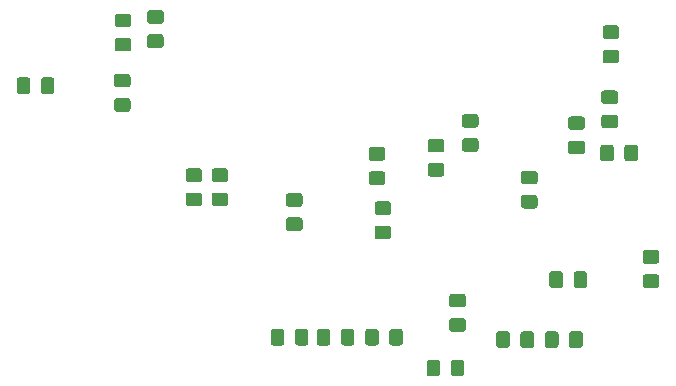
<source format=gbr>
G04 #@! TF.GenerationSoftware,KiCad,Pcbnew,(5.1.5)-3*
G04 #@! TF.CreationDate,2020-02-22T22:04:57-05:00*
G04 #@! TF.ProjectId,Semiparametric-EQ,53656d69-7061-4726-916d-65747269632d,rev?*
G04 #@! TF.SameCoordinates,Original*
G04 #@! TF.FileFunction,Paste,Bot*
G04 #@! TF.FilePolarity,Positive*
%FSLAX46Y46*%
G04 Gerber Fmt 4.6, Leading zero omitted, Abs format (unit mm)*
G04 Created by KiCad (PCBNEW (5.1.5)-3) date 2020-02-22 22:04:57*
%MOMM*%
%LPD*%
G04 APERTURE LIST*
%ADD10C,0.100000*%
G04 APERTURE END LIST*
D10*
G36*
X3624505Y27198796D02*
G01*
X3648773Y27195196D01*
X3672572Y27189235D01*
X3695671Y27180970D01*
X3717850Y27170480D01*
X3738893Y27157868D01*
X3758599Y27143253D01*
X3776777Y27126777D01*
X3793253Y27108599D01*
X3807868Y27088893D01*
X3820480Y27067850D01*
X3830970Y27045671D01*
X3839235Y27022572D01*
X3845196Y26998773D01*
X3848796Y26974505D01*
X3850000Y26950001D01*
X3850000Y26049999D01*
X3848796Y26025495D01*
X3845196Y26001227D01*
X3839235Y25977428D01*
X3830970Y25954329D01*
X3820480Y25932150D01*
X3807868Y25911107D01*
X3793253Y25891401D01*
X3776777Y25873223D01*
X3758599Y25856747D01*
X3738893Y25842132D01*
X3717850Y25829520D01*
X3695671Y25819030D01*
X3672572Y25810765D01*
X3648773Y25804804D01*
X3624505Y25801204D01*
X3600001Y25800000D01*
X2949999Y25800000D01*
X2925495Y25801204D01*
X2901227Y25804804D01*
X2877428Y25810765D01*
X2854329Y25819030D01*
X2832150Y25829520D01*
X2811107Y25842132D01*
X2791401Y25856747D01*
X2773223Y25873223D01*
X2756747Y25891401D01*
X2742132Y25911107D01*
X2729520Y25932150D01*
X2719030Y25954329D01*
X2710765Y25977428D01*
X2704804Y26001227D01*
X2701204Y26025495D01*
X2700000Y26049999D01*
X2700000Y26950001D01*
X2701204Y26974505D01*
X2704804Y26998773D01*
X2710765Y27022572D01*
X2719030Y27045671D01*
X2729520Y27067850D01*
X2742132Y27088893D01*
X2756747Y27108599D01*
X2773223Y27126777D01*
X2791401Y27143253D01*
X2811107Y27157868D01*
X2832150Y27170480D01*
X2854329Y27180970D01*
X2877428Y27189235D01*
X2901227Y27195196D01*
X2925495Y27198796D01*
X2949999Y27200000D01*
X3600001Y27200000D01*
X3624505Y27198796D01*
G37*
G36*
X5674505Y27198796D02*
G01*
X5698773Y27195196D01*
X5722572Y27189235D01*
X5745671Y27180970D01*
X5767850Y27170480D01*
X5788893Y27157868D01*
X5808599Y27143253D01*
X5826777Y27126777D01*
X5843253Y27108599D01*
X5857868Y27088893D01*
X5870480Y27067850D01*
X5880970Y27045671D01*
X5889235Y27022572D01*
X5895196Y26998773D01*
X5898796Y26974505D01*
X5900000Y26950001D01*
X5900000Y26049999D01*
X5898796Y26025495D01*
X5895196Y26001227D01*
X5889235Y25977428D01*
X5880970Y25954329D01*
X5870480Y25932150D01*
X5857868Y25911107D01*
X5843253Y25891401D01*
X5826777Y25873223D01*
X5808599Y25856747D01*
X5788893Y25842132D01*
X5767850Y25829520D01*
X5745671Y25819030D01*
X5722572Y25810765D01*
X5698773Y25804804D01*
X5674505Y25801204D01*
X5650001Y25800000D01*
X4999999Y25800000D01*
X4975495Y25801204D01*
X4951227Y25804804D01*
X4927428Y25810765D01*
X4904329Y25819030D01*
X4882150Y25829520D01*
X4861107Y25842132D01*
X4841401Y25856747D01*
X4823223Y25873223D01*
X4806747Y25891401D01*
X4792132Y25911107D01*
X4779520Y25932150D01*
X4769030Y25954329D01*
X4760765Y25977428D01*
X4754804Y26001227D01*
X4751204Y26025495D01*
X4750000Y26049999D01*
X4750000Y26950001D01*
X4751204Y26974505D01*
X4754804Y26998773D01*
X4760765Y27022572D01*
X4769030Y27045671D01*
X4779520Y27067850D01*
X4792132Y27088893D01*
X4806747Y27108599D01*
X4823223Y27126777D01*
X4841401Y27143253D01*
X4861107Y27157868D01*
X4882150Y27170480D01*
X4904329Y27180970D01*
X4927428Y27189235D01*
X4951227Y27195196D01*
X4975495Y27198796D01*
X4999999Y27200000D01*
X5650001Y27200000D01*
X5674505Y27198796D01*
G37*
G36*
X12174505Y32598796D02*
G01*
X12198773Y32595196D01*
X12222572Y32589235D01*
X12245671Y32580970D01*
X12267850Y32570480D01*
X12288893Y32557868D01*
X12308599Y32543253D01*
X12326777Y32526777D01*
X12343253Y32508599D01*
X12357868Y32488893D01*
X12370480Y32467850D01*
X12380970Y32445671D01*
X12389235Y32422572D01*
X12395196Y32398773D01*
X12398796Y32374505D01*
X12400000Y32350001D01*
X12400000Y31699999D01*
X12398796Y31675495D01*
X12395196Y31651227D01*
X12389235Y31627428D01*
X12380970Y31604329D01*
X12370480Y31582150D01*
X12357868Y31561107D01*
X12343253Y31541401D01*
X12326777Y31523223D01*
X12308599Y31506747D01*
X12288893Y31492132D01*
X12267850Y31479520D01*
X12245671Y31469030D01*
X12222572Y31460765D01*
X12198773Y31454804D01*
X12174505Y31451204D01*
X12150001Y31450000D01*
X11249999Y31450000D01*
X11225495Y31451204D01*
X11201227Y31454804D01*
X11177428Y31460765D01*
X11154329Y31469030D01*
X11132150Y31479520D01*
X11111107Y31492132D01*
X11091401Y31506747D01*
X11073223Y31523223D01*
X11056747Y31541401D01*
X11042132Y31561107D01*
X11029520Y31582150D01*
X11019030Y31604329D01*
X11010765Y31627428D01*
X11004804Y31651227D01*
X11001204Y31675495D01*
X11000000Y31699999D01*
X11000000Y32350001D01*
X11001204Y32374505D01*
X11004804Y32398773D01*
X11010765Y32422572D01*
X11019030Y32445671D01*
X11029520Y32467850D01*
X11042132Y32488893D01*
X11056747Y32508599D01*
X11073223Y32526777D01*
X11091401Y32543253D01*
X11111107Y32557868D01*
X11132150Y32570480D01*
X11154329Y32580970D01*
X11177428Y32589235D01*
X11201227Y32595196D01*
X11225495Y32598796D01*
X11249999Y32600000D01*
X12150001Y32600000D01*
X12174505Y32598796D01*
G37*
G36*
X12174505Y30548796D02*
G01*
X12198773Y30545196D01*
X12222572Y30539235D01*
X12245671Y30530970D01*
X12267850Y30520480D01*
X12288893Y30507868D01*
X12308599Y30493253D01*
X12326777Y30476777D01*
X12343253Y30458599D01*
X12357868Y30438893D01*
X12370480Y30417850D01*
X12380970Y30395671D01*
X12389235Y30372572D01*
X12395196Y30348773D01*
X12398796Y30324505D01*
X12400000Y30300001D01*
X12400000Y29649999D01*
X12398796Y29625495D01*
X12395196Y29601227D01*
X12389235Y29577428D01*
X12380970Y29554329D01*
X12370480Y29532150D01*
X12357868Y29511107D01*
X12343253Y29491401D01*
X12326777Y29473223D01*
X12308599Y29456747D01*
X12288893Y29442132D01*
X12267850Y29429520D01*
X12245671Y29419030D01*
X12222572Y29410765D01*
X12198773Y29404804D01*
X12174505Y29401204D01*
X12150001Y29400000D01*
X11249999Y29400000D01*
X11225495Y29401204D01*
X11201227Y29404804D01*
X11177428Y29410765D01*
X11154329Y29419030D01*
X11132150Y29429520D01*
X11111107Y29442132D01*
X11091401Y29456747D01*
X11073223Y29473223D01*
X11056747Y29491401D01*
X11042132Y29511107D01*
X11029520Y29532150D01*
X11019030Y29554329D01*
X11010765Y29577428D01*
X11004804Y29601227D01*
X11001204Y29625495D01*
X11000000Y29649999D01*
X11000000Y30300001D01*
X11001204Y30324505D01*
X11004804Y30348773D01*
X11010765Y30372572D01*
X11019030Y30395671D01*
X11029520Y30417850D01*
X11042132Y30438893D01*
X11056747Y30458599D01*
X11073223Y30476777D01*
X11091401Y30493253D01*
X11111107Y30507868D01*
X11132150Y30520480D01*
X11154329Y30530970D01*
X11177428Y30539235D01*
X11201227Y30545196D01*
X11225495Y30548796D01*
X11249999Y30550000D01*
X12150001Y30550000D01*
X12174505Y30548796D01*
G37*
G36*
X14914505Y32898796D02*
G01*
X14938773Y32895196D01*
X14962572Y32889235D01*
X14985671Y32880970D01*
X15007850Y32870480D01*
X15028893Y32857868D01*
X15048599Y32843253D01*
X15066777Y32826777D01*
X15083253Y32808599D01*
X15097868Y32788893D01*
X15110480Y32767850D01*
X15120970Y32745671D01*
X15129235Y32722572D01*
X15135196Y32698773D01*
X15138796Y32674505D01*
X15140000Y32650001D01*
X15140000Y31999999D01*
X15138796Y31975495D01*
X15135196Y31951227D01*
X15129235Y31927428D01*
X15120970Y31904329D01*
X15110480Y31882150D01*
X15097868Y31861107D01*
X15083253Y31841401D01*
X15066777Y31823223D01*
X15048599Y31806747D01*
X15028893Y31792132D01*
X15007850Y31779520D01*
X14985671Y31769030D01*
X14962572Y31760765D01*
X14938773Y31754804D01*
X14914505Y31751204D01*
X14890001Y31750000D01*
X13989999Y31750000D01*
X13965495Y31751204D01*
X13941227Y31754804D01*
X13917428Y31760765D01*
X13894329Y31769030D01*
X13872150Y31779520D01*
X13851107Y31792132D01*
X13831401Y31806747D01*
X13813223Y31823223D01*
X13796747Y31841401D01*
X13782132Y31861107D01*
X13769520Y31882150D01*
X13759030Y31904329D01*
X13750765Y31927428D01*
X13744804Y31951227D01*
X13741204Y31975495D01*
X13740000Y31999999D01*
X13740000Y32650001D01*
X13741204Y32674505D01*
X13744804Y32698773D01*
X13750765Y32722572D01*
X13759030Y32745671D01*
X13769520Y32767850D01*
X13782132Y32788893D01*
X13796747Y32808599D01*
X13813223Y32826777D01*
X13831401Y32843253D01*
X13851107Y32857868D01*
X13872150Y32870480D01*
X13894329Y32880970D01*
X13917428Y32889235D01*
X13941227Y32895196D01*
X13965495Y32898796D01*
X13989999Y32900000D01*
X14890001Y32900000D01*
X14914505Y32898796D01*
G37*
G36*
X14914505Y30848796D02*
G01*
X14938773Y30845196D01*
X14962572Y30839235D01*
X14985671Y30830970D01*
X15007850Y30820480D01*
X15028893Y30807868D01*
X15048599Y30793253D01*
X15066777Y30776777D01*
X15083253Y30758599D01*
X15097868Y30738893D01*
X15110480Y30717850D01*
X15120970Y30695671D01*
X15129235Y30672572D01*
X15135196Y30648773D01*
X15138796Y30624505D01*
X15140000Y30600001D01*
X15140000Y29949999D01*
X15138796Y29925495D01*
X15135196Y29901227D01*
X15129235Y29877428D01*
X15120970Y29854329D01*
X15110480Y29832150D01*
X15097868Y29811107D01*
X15083253Y29791401D01*
X15066777Y29773223D01*
X15048599Y29756747D01*
X15028893Y29742132D01*
X15007850Y29729520D01*
X14985671Y29719030D01*
X14962572Y29710765D01*
X14938773Y29704804D01*
X14914505Y29701204D01*
X14890001Y29700000D01*
X13989999Y29700000D01*
X13965495Y29701204D01*
X13941227Y29704804D01*
X13917428Y29710765D01*
X13894329Y29719030D01*
X13872150Y29729520D01*
X13851107Y29742132D01*
X13831401Y29756747D01*
X13813223Y29773223D01*
X13796747Y29791401D01*
X13782132Y29811107D01*
X13769520Y29832150D01*
X13759030Y29854329D01*
X13750765Y29877428D01*
X13744804Y29901227D01*
X13741204Y29925495D01*
X13740000Y29949999D01*
X13740000Y30600001D01*
X13741204Y30624505D01*
X13744804Y30648773D01*
X13750765Y30672572D01*
X13759030Y30695671D01*
X13769520Y30717850D01*
X13782132Y30738893D01*
X13796747Y30758599D01*
X13813223Y30776777D01*
X13831401Y30793253D01*
X13851107Y30807868D01*
X13872150Y30820480D01*
X13894329Y30830970D01*
X13917428Y30839235D01*
X13941227Y30845196D01*
X13965495Y30848796D01*
X13989999Y30850000D01*
X14890001Y30850000D01*
X14914505Y30848796D01*
G37*
G36*
X12114505Y25448796D02*
G01*
X12138773Y25445196D01*
X12162572Y25439235D01*
X12185671Y25430970D01*
X12207850Y25420480D01*
X12228893Y25407868D01*
X12248599Y25393253D01*
X12266777Y25376777D01*
X12283253Y25358599D01*
X12297868Y25338893D01*
X12310480Y25317850D01*
X12320970Y25295671D01*
X12329235Y25272572D01*
X12335196Y25248773D01*
X12338796Y25224505D01*
X12340000Y25200001D01*
X12340000Y24549999D01*
X12338796Y24525495D01*
X12335196Y24501227D01*
X12329235Y24477428D01*
X12320970Y24454329D01*
X12310480Y24432150D01*
X12297868Y24411107D01*
X12283253Y24391401D01*
X12266777Y24373223D01*
X12248599Y24356747D01*
X12228893Y24342132D01*
X12207850Y24329520D01*
X12185671Y24319030D01*
X12162572Y24310765D01*
X12138773Y24304804D01*
X12114505Y24301204D01*
X12090001Y24300000D01*
X11189999Y24300000D01*
X11165495Y24301204D01*
X11141227Y24304804D01*
X11117428Y24310765D01*
X11094329Y24319030D01*
X11072150Y24329520D01*
X11051107Y24342132D01*
X11031401Y24356747D01*
X11013223Y24373223D01*
X10996747Y24391401D01*
X10982132Y24411107D01*
X10969520Y24432150D01*
X10959030Y24454329D01*
X10950765Y24477428D01*
X10944804Y24501227D01*
X10941204Y24525495D01*
X10940000Y24549999D01*
X10940000Y25200001D01*
X10941204Y25224505D01*
X10944804Y25248773D01*
X10950765Y25272572D01*
X10959030Y25295671D01*
X10969520Y25317850D01*
X10982132Y25338893D01*
X10996747Y25358599D01*
X11013223Y25376777D01*
X11031401Y25393253D01*
X11051107Y25407868D01*
X11072150Y25420480D01*
X11094329Y25430970D01*
X11117428Y25439235D01*
X11141227Y25445196D01*
X11165495Y25448796D01*
X11189999Y25450000D01*
X12090001Y25450000D01*
X12114505Y25448796D01*
G37*
G36*
X12114505Y27498796D02*
G01*
X12138773Y27495196D01*
X12162572Y27489235D01*
X12185671Y27480970D01*
X12207850Y27470480D01*
X12228893Y27457868D01*
X12248599Y27443253D01*
X12266777Y27426777D01*
X12283253Y27408599D01*
X12297868Y27388893D01*
X12310480Y27367850D01*
X12320970Y27345671D01*
X12329235Y27322572D01*
X12335196Y27298773D01*
X12338796Y27274505D01*
X12340000Y27250001D01*
X12340000Y26599999D01*
X12338796Y26575495D01*
X12335196Y26551227D01*
X12329235Y26527428D01*
X12320970Y26504329D01*
X12310480Y26482150D01*
X12297868Y26461107D01*
X12283253Y26441401D01*
X12266777Y26423223D01*
X12248599Y26406747D01*
X12228893Y26392132D01*
X12207850Y26379520D01*
X12185671Y26369030D01*
X12162572Y26360765D01*
X12138773Y26354804D01*
X12114505Y26351204D01*
X12090001Y26350000D01*
X11189999Y26350000D01*
X11165495Y26351204D01*
X11141227Y26354804D01*
X11117428Y26360765D01*
X11094329Y26369030D01*
X11072150Y26379520D01*
X11051107Y26392132D01*
X11031401Y26406747D01*
X11013223Y26423223D01*
X10996747Y26441401D01*
X10982132Y26461107D01*
X10969520Y26482150D01*
X10959030Y26504329D01*
X10950765Y26527428D01*
X10944804Y26551227D01*
X10941204Y26575495D01*
X10940000Y26599999D01*
X10940000Y27250001D01*
X10941204Y27274505D01*
X10944804Y27298773D01*
X10950765Y27322572D01*
X10959030Y27345671D01*
X10969520Y27367850D01*
X10982132Y27388893D01*
X10996747Y27408599D01*
X11013223Y27426777D01*
X11031401Y27443253D01*
X11051107Y27457868D01*
X11072150Y27470480D01*
X11094329Y27480970D01*
X11117428Y27489235D01*
X11141227Y27495196D01*
X11165495Y27498796D01*
X11189999Y27500000D01*
X12090001Y27500000D01*
X12114505Y27498796D01*
G37*
G36*
X18174505Y17448796D02*
G01*
X18198773Y17445196D01*
X18222572Y17439235D01*
X18245671Y17430970D01*
X18267850Y17420480D01*
X18288893Y17407868D01*
X18308599Y17393253D01*
X18326777Y17376777D01*
X18343253Y17358599D01*
X18357868Y17338893D01*
X18370480Y17317850D01*
X18380970Y17295671D01*
X18389235Y17272572D01*
X18395196Y17248773D01*
X18398796Y17224505D01*
X18400000Y17200001D01*
X18400000Y16549999D01*
X18398796Y16525495D01*
X18395196Y16501227D01*
X18389235Y16477428D01*
X18380970Y16454329D01*
X18370480Y16432150D01*
X18357868Y16411107D01*
X18343253Y16391401D01*
X18326777Y16373223D01*
X18308599Y16356747D01*
X18288893Y16342132D01*
X18267850Y16329520D01*
X18245671Y16319030D01*
X18222572Y16310765D01*
X18198773Y16304804D01*
X18174505Y16301204D01*
X18150001Y16300000D01*
X17249999Y16300000D01*
X17225495Y16301204D01*
X17201227Y16304804D01*
X17177428Y16310765D01*
X17154329Y16319030D01*
X17132150Y16329520D01*
X17111107Y16342132D01*
X17091401Y16356747D01*
X17073223Y16373223D01*
X17056747Y16391401D01*
X17042132Y16411107D01*
X17029520Y16432150D01*
X17019030Y16454329D01*
X17010765Y16477428D01*
X17004804Y16501227D01*
X17001204Y16525495D01*
X17000000Y16549999D01*
X17000000Y17200001D01*
X17001204Y17224505D01*
X17004804Y17248773D01*
X17010765Y17272572D01*
X17019030Y17295671D01*
X17029520Y17317850D01*
X17042132Y17338893D01*
X17056747Y17358599D01*
X17073223Y17376777D01*
X17091401Y17393253D01*
X17111107Y17407868D01*
X17132150Y17420480D01*
X17154329Y17430970D01*
X17177428Y17439235D01*
X17201227Y17445196D01*
X17225495Y17448796D01*
X17249999Y17450000D01*
X18150001Y17450000D01*
X18174505Y17448796D01*
G37*
G36*
X18174505Y19498796D02*
G01*
X18198773Y19495196D01*
X18222572Y19489235D01*
X18245671Y19480970D01*
X18267850Y19470480D01*
X18288893Y19457868D01*
X18308599Y19443253D01*
X18326777Y19426777D01*
X18343253Y19408599D01*
X18357868Y19388893D01*
X18370480Y19367850D01*
X18380970Y19345671D01*
X18389235Y19322572D01*
X18395196Y19298773D01*
X18398796Y19274505D01*
X18400000Y19250001D01*
X18400000Y18599999D01*
X18398796Y18575495D01*
X18395196Y18551227D01*
X18389235Y18527428D01*
X18380970Y18504329D01*
X18370480Y18482150D01*
X18357868Y18461107D01*
X18343253Y18441401D01*
X18326777Y18423223D01*
X18308599Y18406747D01*
X18288893Y18392132D01*
X18267850Y18379520D01*
X18245671Y18369030D01*
X18222572Y18360765D01*
X18198773Y18354804D01*
X18174505Y18351204D01*
X18150001Y18350000D01*
X17249999Y18350000D01*
X17225495Y18351204D01*
X17201227Y18354804D01*
X17177428Y18360765D01*
X17154329Y18369030D01*
X17132150Y18379520D01*
X17111107Y18392132D01*
X17091401Y18406747D01*
X17073223Y18423223D01*
X17056747Y18441401D01*
X17042132Y18461107D01*
X17029520Y18482150D01*
X17019030Y18504329D01*
X17010765Y18527428D01*
X17004804Y18551227D01*
X17001204Y18575495D01*
X17000000Y18599999D01*
X17000000Y19250001D01*
X17001204Y19274505D01*
X17004804Y19298773D01*
X17010765Y19322572D01*
X17019030Y19345671D01*
X17029520Y19367850D01*
X17042132Y19388893D01*
X17056747Y19408599D01*
X17073223Y19426777D01*
X17091401Y19443253D01*
X17111107Y19457868D01*
X17132150Y19470480D01*
X17154329Y19480970D01*
X17177428Y19489235D01*
X17201227Y19495196D01*
X17225495Y19498796D01*
X17249999Y19500000D01*
X18150001Y19500000D01*
X18174505Y19498796D01*
G37*
G36*
X31074505Y5898796D02*
G01*
X31098773Y5895196D01*
X31122572Y5889235D01*
X31145671Y5880970D01*
X31167850Y5870480D01*
X31188893Y5857868D01*
X31208599Y5843253D01*
X31226777Y5826777D01*
X31243253Y5808599D01*
X31257868Y5788893D01*
X31270480Y5767850D01*
X31280970Y5745671D01*
X31289235Y5722572D01*
X31295196Y5698773D01*
X31298796Y5674505D01*
X31300000Y5650001D01*
X31300000Y4749999D01*
X31298796Y4725495D01*
X31295196Y4701227D01*
X31289235Y4677428D01*
X31280970Y4654329D01*
X31270480Y4632150D01*
X31257868Y4611107D01*
X31243253Y4591401D01*
X31226777Y4573223D01*
X31208599Y4556747D01*
X31188893Y4542132D01*
X31167850Y4529520D01*
X31145671Y4519030D01*
X31122572Y4510765D01*
X31098773Y4504804D01*
X31074505Y4501204D01*
X31050001Y4500000D01*
X30399999Y4500000D01*
X30375495Y4501204D01*
X30351227Y4504804D01*
X30327428Y4510765D01*
X30304329Y4519030D01*
X30282150Y4529520D01*
X30261107Y4542132D01*
X30241401Y4556747D01*
X30223223Y4573223D01*
X30206747Y4591401D01*
X30192132Y4611107D01*
X30179520Y4632150D01*
X30169030Y4654329D01*
X30160765Y4677428D01*
X30154804Y4701227D01*
X30151204Y4725495D01*
X30150000Y4749999D01*
X30150000Y5650001D01*
X30151204Y5674505D01*
X30154804Y5698773D01*
X30160765Y5722572D01*
X30169030Y5745671D01*
X30179520Y5767850D01*
X30192132Y5788893D01*
X30206747Y5808599D01*
X30223223Y5826777D01*
X30241401Y5843253D01*
X30261107Y5857868D01*
X30282150Y5870480D01*
X30304329Y5880970D01*
X30327428Y5889235D01*
X30351227Y5895196D01*
X30375495Y5898796D01*
X30399999Y5900000D01*
X31050001Y5900000D01*
X31074505Y5898796D01*
G37*
G36*
X29024505Y5898796D02*
G01*
X29048773Y5895196D01*
X29072572Y5889235D01*
X29095671Y5880970D01*
X29117850Y5870480D01*
X29138893Y5857868D01*
X29158599Y5843253D01*
X29176777Y5826777D01*
X29193253Y5808599D01*
X29207868Y5788893D01*
X29220480Y5767850D01*
X29230970Y5745671D01*
X29239235Y5722572D01*
X29245196Y5698773D01*
X29248796Y5674505D01*
X29250000Y5650001D01*
X29250000Y4749999D01*
X29248796Y4725495D01*
X29245196Y4701227D01*
X29239235Y4677428D01*
X29230970Y4654329D01*
X29220480Y4632150D01*
X29207868Y4611107D01*
X29193253Y4591401D01*
X29176777Y4573223D01*
X29158599Y4556747D01*
X29138893Y4542132D01*
X29117850Y4529520D01*
X29095671Y4519030D01*
X29072572Y4510765D01*
X29048773Y4504804D01*
X29024505Y4501204D01*
X29000001Y4500000D01*
X28349999Y4500000D01*
X28325495Y4501204D01*
X28301227Y4504804D01*
X28277428Y4510765D01*
X28254329Y4519030D01*
X28232150Y4529520D01*
X28211107Y4542132D01*
X28191401Y4556747D01*
X28173223Y4573223D01*
X28156747Y4591401D01*
X28142132Y4611107D01*
X28129520Y4632150D01*
X28119030Y4654329D01*
X28110765Y4677428D01*
X28104804Y4701227D01*
X28101204Y4725495D01*
X28100000Y4749999D01*
X28100000Y5650001D01*
X28101204Y5674505D01*
X28104804Y5698773D01*
X28110765Y5722572D01*
X28119030Y5745671D01*
X28129520Y5767850D01*
X28142132Y5788893D01*
X28156747Y5808599D01*
X28173223Y5826777D01*
X28191401Y5843253D01*
X28211107Y5857868D01*
X28232150Y5870480D01*
X28254329Y5880970D01*
X28277428Y5889235D01*
X28301227Y5895196D01*
X28325495Y5898796D01*
X28349999Y5900000D01*
X29000001Y5900000D01*
X29024505Y5898796D01*
G37*
G36*
X35174505Y5898796D02*
G01*
X35198773Y5895196D01*
X35222572Y5889235D01*
X35245671Y5880970D01*
X35267850Y5870480D01*
X35288893Y5857868D01*
X35308599Y5843253D01*
X35326777Y5826777D01*
X35343253Y5808599D01*
X35357868Y5788893D01*
X35370480Y5767850D01*
X35380970Y5745671D01*
X35389235Y5722572D01*
X35395196Y5698773D01*
X35398796Y5674505D01*
X35400000Y5650001D01*
X35400000Y4749999D01*
X35398796Y4725495D01*
X35395196Y4701227D01*
X35389235Y4677428D01*
X35380970Y4654329D01*
X35370480Y4632150D01*
X35357868Y4611107D01*
X35343253Y4591401D01*
X35326777Y4573223D01*
X35308599Y4556747D01*
X35288893Y4542132D01*
X35267850Y4529520D01*
X35245671Y4519030D01*
X35222572Y4510765D01*
X35198773Y4504804D01*
X35174505Y4501204D01*
X35150001Y4500000D01*
X34499999Y4500000D01*
X34475495Y4501204D01*
X34451227Y4504804D01*
X34427428Y4510765D01*
X34404329Y4519030D01*
X34382150Y4529520D01*
X34361107Y4542132D01*
X34341401Y4556747D01*
X34323223Y4573223D01*
X34306747Y4591401D01*
X34292132Y4611107D01*
X34279520Y4632150D01*
X34269030Y4654329D01*
X34260765Y4677428D01*
X34254804Y4701227D01*
X34251204Y4725495D01*
X34250000Y4749999D01*
X34250000Y5650001D01*
X34251204Y5674505D01*
X34254804Y5698773D01*
X34260765Y5722572D01*
X34269030Y5745671D01*
X34279520Y5767850D01*
X34292132Y5788893D01*
X34306747Y5808599D01*
X34323223Y5826777D01*
X34341401Y5843253D01*
X34361107Y5857868D01*
X34382150Y5870480D01*
X34404329Y5880970D01*
X34427428Y5889235D01*
X34451227Y5895196D01*
X34475495Y5898796D01*
X34499999Y5900000D01*
X35150001Y5900000D01*
X35174505Y5898796D01*
G37*
G36*
X33124505Y5898796D02*
G01*
X33148773Y5895196D01*
X33172572Y5889235D01*
X33195671Y5880970D01*
X33217850Y5870480D01*
X33238893Y5857868D01*
X33258599Y5843253D01*
X33276777Y5826777D01*
X33293253Y5808599D01*
X33307868Y5788893D01*
X33320480Y5767850D01*
X33330970Y5745671D01*
X33339235Y5722572D01*
X33345196Y5698773D01*
X33348796Y5674505D01*
X33350000Y5650001D01*
X33350000Y4749999D01*
X33348796Y4725495D01*
X33345196Y4701227D01*
X33339235Y4677428D01*
X33330970Y4654329D01*
X33320480Y4632150D01*
X33307868Y4611107D01*
X33293253Y4591401D01*
X33276777Y4573223D01*
X33258599Y4556747D01*
X33238893Y4542132D01*
X33217850Y4529520D01*
X33195671Y4519030D01*
X33172572Y4510765D01*
X33148773Y4504804D01*
X33124505Y4501204D01*
X33100001Y4500000D01*
X32449999Y4500000D01*
X32425495Y4501204D01*
X32401227Y4504804D01*
X32377428Y4510765D01*
X32354329Y4519030D01*
X32332150Y4529520D01*
X32311107Y4542132D01*
X32291401Y4556747D01*
X32273223Y4573223D01*
X32256747Y4591401D01*
X32242132Y4611107D01*
X32229520Y4632150D01*
X32219030Y4654329D01*
X32210765Y4677428D01*
X32204804Y4701227D01*
X32201204Y4725495D01*
X32200000Y4749999D01*
X32200000Y5650001D01*
X32201204Y5674505D01*
X32204804Y5698773D01*
X32210765Y5722572D01*
X32219030Y5745671D01*
X32229520Y5767850D01*
X32242132Y5788893D01*
X32256747Y5808599D01*
X32273223Y5826777D01*
X32291401Y5843253D01*
X32311107Y5857868D01*
X32332150Y5870480D01*
X32354329Y5880970D01*
X32377428Y5889235D01*
X32401227Y5895196D01*
X32425495Y5898796D01*
X32449999Y5900000D01*
X33100001Y5900000D01*
X33124505Y5898796D01*
G37*
G36*
X53024505Y21498796D02*
G01*
X53048773Y21495196D01*
X53072572Y21489235D01*
X53095671Y21480970D01*
X53117850Y21470480D01*
X53138893Y21457868D01*
X53158599Y21443253D01*
X53176777Y21426777D01*
X53193253Y21408599D01*
X53207868Y21388893D01*
X53220480Y21367850D01*
X53230970Y21345671D01*
X53239235Y21322572D01*
X53245196Y21298773D01*
X53248796Y21274505D01*
X53250000Y21250001D01*
X53250000Y20349999D01*
X53248796Y20325495D01*
X53245196Y20301227D01*
X53239235Y20277428D01*
X53230970Y20254329D01*
X53220480Y20232150D01*
X53207868Y20211107D01*
X53193253Y20191401D01*
X53176777Y20173223D01*
X53158599Y20156747D01*
X53138893Y20142132D01*
X53117850Y20129520D01*
X53095671Y20119030D01*
X53072572Y20110765D01*
X53048773Y20104804D01*
X53024505Y20101204D01*
X53000001Y20100000D01*
X52349999Y20100000D01*
X52325495Y20101204D01*
X52301227Y20104804D01*
X52277428Y20110765D01*
X52254329Y20119030D01*
X52232150Y20129520D01*
X52211107Y20142132D01*
X52191401Y20156747D01*
X52173223Y20173223D01*
X52156747Y20191401D01*
X52142132Y20211107D01*
X52129520Y20232150D01*
X52119030Y20254329D01*
X52110765Y20277428D01*
X52104804Y20301227D01*
X52101204Y20325495D01*
X52100000Y20349999D01*
X52100000Y21250001D01*
X52101204Y21274505D01*
X52104804Y21298773D01*
X52110765Y21322572D01*
X52119030Y21345671D01*
X52129520Y21367850D01*
X52142132Y21388893D01*
X52156747Y21408599D01*
X52173223Y21426777D01*
X52191401Y21443253D01*
X52211107Y21457868D01*
X52232150Y21470480D01*
X52254329Y21480970D01*
X52277428Y21489235D01*
X52301227Y21495196D01*
X52325495Y21498796D01*
X52349999Y21500000D01*
X53000001Y21500000D01*
X53024505Y21498796D01*
G37*
G36*
X55074505Y21498796D02*
G01*
X55098773Y21495196D01*
X55122572Y21489235D01*
X55145671Y21480970D01*
X55167850Y21470480D01*
X55188893Y21457868D01*
X55208599Y21443253D01*
X55226777Y21426777D01*
X55243253Y21408599D01*
X55257868Y21388893D01*
X55270480Y21367850D01*
X55280970Y21345671D01*
X55289235Y21322572D01*
X55295196Y21298773D01*
X55298796Y21274505D01*
X55300000Y21250001D01*
X55300000Y20349999D01*
X55298796Y20325495D01*
X55295196Y20301227D01*
X55289235Y20277428D01*
X55280970Y20254329D01*
X55270480Y20232150D01*
X55257868Y20211107D01*
X55243253Y20191401D01*
X55226777Y20173223D01*
X55208599Y20156747D01*
X55188893Y20142132D01*
X55167850Y20129520D01*
X55145671Y20119030D01*
X55122572Y20110765D01*
X55098773Y20104804D01*
X55074505Y20101204D01*
X55050001Y20100000D01*
X54399999Y20100000D01*
X54375495Y20101204D01*
X54351227Y20104804D01*
X54327428Y20110765D01*
X54304329Y20119030D01*
X54282150Y20129520D01*
X54261107Y20142132D01*
X54241401Y20156747D01*
X54223223Y20173223D01*
X54206747Y20191401D01*
X54192132Y20211107D01*
X54179520Y20232150D01*
X54169030Y20254329D01*
X54160765Y20277428D01*
X54154804Y20301227D01*
X54151204Y20325495D01*
X54150000Y20349999D01*
X54150000Y21250001D01*
X54151204Y21274505D01*
X54154804Y21298773D01*
X54160765Y21322572D01*
X54169030Y21345671D01*
X54179520Y21367850D01*
X54192132Y21388893D01*
X54206747Y21408599D01*
X54223223Y21426777D01*
X54241401Y21443253D01*
X54261107Y21457868D01*
X54282150Y21470480D01*
X54304329Y21480970D01*
X54327428Y21489235D01*
X54351227Y21495196D01*
X54375495Y21498796D01*
X54399999Y21500000D01*
X55050001Y21500000D01*
X55074505Y21498796D01*
G37*
G36*
X50399505Y5698796D02*
G01*
X50423773Y5695196D01*
X50447572Y5689235D01*
X50470671Y5680970D01*
X50492850Y5670480D01*
X50513893Y5657868D01*
X50533599Y5643253D01*
X50551777Y5626777D01*
X50568253Y5608599D01*
X50582868Y5588893D01*
X50595480Y5567850D01*
X50605970Y5545671D01*
X50614235Y5522572D01*
X50620196Y5498773D01*
X50623796Y5474505D01*
X50625000Y5450001D01*
X50625000Y4549999D01*
X50623796Y4525495D01*
X50620196Y4501227D01*
X50614235Y4477428D01*
X50605970Y4454329D01*
X50595480Y4432150D01*
X50582868Y4411107D01*
X50568253Y4391401D01*
X50551777Y4373223D01*
X50533599Y4356747D01*
X50513893Y4342132D01*
X50492850Y4329520D01*
X50470671Y4319030D01*
X50447572Y4310765D01*
X50423773Y4304804D01*
X50399505Y4301204D01*
X50375001Y4300000D01*
X49724999Y4300000D01*
X49700495Y4301204D01*
X49676227Y4304804D01*
X49652428Y4310765D01*
X49629329Y4319030D01*
X49607150Y4329520D01*
X49586107Y4342132D01*
X49566401Y4356747D01*
X49548223Y4373223D01*
X49531747Y4391401D01*
X49517132Y4411107D01*
X49504520Y4432150D01*
X49494030Y4454329D01*
X49485765Y4477428D01*
X49479804Y4501227D01*
X49476204Y4525495D01*
X49475000Y4549999D01*
X49475000Y5450001D01*
X49476204Y5474505D01*
X49479804Y5498773D01*
X49485765Y5522572D01*
X49494030Y5545671D01*
X49504520Y5567850D01*
X49517132Y5588893D01*
X49531747Y5608599D01*
X49548223Y5626777D01*
X49566401Y5643253D01*
X49586107Y5657868D01*
X49607150Y5670480D01*
X49629329Y5680970D01*
X49652428Y5689235D01*
X49676227Y5695196D01*
X49700495Y5698796D01*
X49724999Y5700000D01*
X50375001Y5700000D01*
X50399505Y5698796D01*
G37*
G36*
X48349505Y5698796D02*
G01*
X48373773Y5695196D01*
X48397572Y5689235D01*
X48420671Y5680970D01*
X48442850Y5670480D01*
X48463893Y5657868D01*
X48483599Y5643253D01*
X48501777Y5626777D01*
X48518253Y5608599D01*
X48532868Y5588893D01*
X48545480Y5567850D01*
X48555970Y5545671D01*
X48564235Y5522572D01*
X48570196Y5498773D01*
X48573796Y5474505D01*
X48575000Y5450001D01*
X48575000Y4549999D01*
X48573796Y4525495D01*
X48570196Y4501227D01*
X48564235Y4477428D01*
X48555970Y4454329D01*
X48545480Y4432150D01*
X48532868Y4411107D01*
X48518253Y4391401D01*
X48501777Y4373223D01*
X48483599Y4356747D01*
X48463893Y4342132D01*
X48442850Y4329520D01*
X48420671Y4319030D01*
X48397572Y4310765D01*
X48373773Y4304804D01*
X48349505Y4301204D01*
X48325001Y4300000D01*
X47674999Y4300000D01*
X47650495Y4301204D01*
X47626227Y4304804D01*
X47602428Y4310765D01*
X47579329Y4319030D01*
X47557150Y4329520D01*
X47536107Y4342132D01*
X47516401Y4356747D01*
X47498223Y4373223D01*
X47481747Y4391401D01*
X47467132Y4411107D01*
X47454520Y4432150D01*
X47444030Y4454329D01*
X47435765Y4477428D01*
X47429804Y4501227D01*
X47426204Y4525495D01*
X47425000Y4549999D01*
X47425000Y5450001D01*
X47426204Y5474505D01*
X47429804Y5498773D01*
X47435765Y5522572D01*
X47444030Y5545671D01*
X47454520Y5567850D01*
X47467132Y5588893D01*
X47481747Y5608599D01*
X47498223Y5626777D01*
X47516401Y5643253D01*
X47536107Y5657868D01*
X47557150Y5670480D01*
X47579329Y5680970D01*
X47602428Y5689235D01*
X47626227Y5695196D01*
X47650495Y5698796D01*
X47674999Y5700000D01*
X48325001Y5700000D01*
X48349505Y5698796D01*
G37*
G36*
X50774505Y10778796D02*
G01*
X50798773Y10775196D01*
X50822572Y10769235D01*
X50845671Y10760970D01*
X50867850Y10750480D01*
X50888893Y10737868D01*
X50908599Y10723253D01*
X50926777Y10706777D01*
X50943253Y10688599D01*
X50957868Y10668893D01*
X50970480Y10647850D01*
X50980970Y10625671D01*
X50989235Y10602572D01*
X50995196Y10578773D01*
X50998796Y10554505D01*
X51000000Y10530001D01*
X51000000Y9629999D01*
X50998796Y9605495D01*
X50995196Y9581227D01*
X50989235Y9557428D01*
X50980970Y9534329D01*
X50970480Y9512150D01*
X50957868Y9491107D01*
X50943253Y9471401D01*
X50926777Y9453223D01*
X50908599Y9436747D01*
X50888893Y9422132D01*
X50867850Y9409520D01*
X50845671Y9399030D01*
X50822572Y9390765D01*
X50798773Y9384804D01*
X50774505Y9381204D01*
X50750001Y9380000D01*
X50099999Y9380000D01*
X50075495Y9381204D01*
X50051227Y9384804D01*
X50027428Y9390765D01*
X50004329Y9399030D01*
X49982150Y9409520D01*
X49961107Y9422132D01*
X49941401Y9436747D01*
X49923223Y9453223D01*
X49906747Y9471401D01*
X49892132Y9491107D01*
X49879520Y9512150D01*
X49869030Y9534329D01*
X49860765Y9557428D01*
X49854804Y9581227D01*
X49851204Y9605495D01*
X49850000Y9629999D01*
X49850000Y10530001D01*
X49851204Y10554505D01*
X49854804Y10578773D01*
X49860765Y10602572D01*
X49869030Y10625671D01*
X49879520Y10647850D01*
X49892132Y10668893D01*
X49906747Y10688599D01*
X49923223Y10706777D01*
X49941401Y10723253D01*
X49961107Y10737868D01*
X49982150Y10750480D01*
X50004329Y10760970D01*
X50027428Y10769235D01*
X50051227Y10775196D01*
X50075495Y10778796D01*
X50099999Y10780000D01*
X50750001Y10780000D01*
X50774505Y10778796D01*
G37*
G36*
X48724505Y10778796D02*
G01*
X48748773Y10775196D01*
X48772572Y10769235D01*
X48795671Y10760970D01*
X48817850Y10750480D01*
X48838893Y10737868D01*
X48858599Y10723253D01*
X48876777Y10706777D01*
X48893253Y10688599D01*
X48907868Y10668893D01*
X48920480Y10647850D01*
X48930970Y10625671D01*
X48939235Y10602572D01*
X48945196Y10578773D01*
X48948796Y10554505D01*
X48950000Y10530001D01*
X48950000Y9629999D01*
X48948796Y9605495D01*
X48945196Y9581227D01*
X48939235Y9557428D01*
X48930970Y9534329D01*
X48920480Y9512150D01*
X48907868Y9491107D01*
X48893253Y9471401D01*
X48876777Y9453223D01*
X48858599Y9436747D01*
X48838893Y9422132D01*
X48817850Y9409520D01*
X48795671Y9399030D01*
X48772572Y9390765D01*
X48748773Y9384804D01*
X48724505Y9381204D01*
X48700001Y9380000D01*
X48049999Y9380000D01*
X48025495Y9381204D01*
X48001227Y9384804D01*
X47977428Y9390765D01*
X47954329Y9399030D01*
X47932150Y9409520D01*
X47911107Y9422132D01*
X47891401Y9436747D01*
X47873223Y9453223D01*
X47856747Y9471401D01*
X47842132Y9491107D01*
X47829520Y9512150D01*
X47819030Y9534329D01*
X47810765Y9557428D01*
X47804804Y9581227D01*
X47801204Y9605495D01*
X47800000Y9629999D01*
X47800000Y10530001D01*
X47801204Y10554505D01*
X47804804Y10578773D01*
X47810765Y10602572D01*
X47819030Y10625671D01*
X47829520Y10647850D01*
X47842132Y10668893D01*
X47856747Y10688599D01*
X47873223Y10706777D01*
X47891401Y10723253D01*
X47911107Y10737868D01*
X47932150Y10750480D01*
X47954329Y10760970D01*
X47977428Y10769235D01*
X48001227Y10775196D01*
X48025495Y10778796D01*
X48049999Y10780000D01*
X48700001Y10780000D01*
X48724505Y10778796D01*
G37*
G36*
X53474505Y31598796D02*
G01*
X53498773Y31595196D01*
X53522572Y31589235D01*
X53545671Y31580970D01*
X53567850Y31570480D01*
X53588893Y31557868D01*
X53608599Y31543253D01*
X53626777Y31526777D01*
X53643253Y31508599D01*
X53657868Y31488893D01*
X53670480Y31467850D01*
X53680970Y31445671D01*
X53689235Y31422572D01*
X53695196Y31398773D01*
X53698796Y31374505D01*
X53700000Y31350001D01*
X53700000Y30699999D01*
X53698796Y30675495D01*
X53695196Y30651227D01*
X53689235Y30627428D01*
X53680970Y30604329D01*
X53670480Y30582150D01*
X53657868Y30561107D01*
X53643253Y30541401D01*
X53626777Y30523223D01*
X53608599Y30506747D01*
X53588893Y30492132D01*
X53567850Y30479520D01*
X53545671Y30469030D01*
X53522572Y30460765D01*
X53498773Y30454804D01*
X53474505Y30451204D01*
X53450001Y30450000D01*
X52549999Y30450000D01*
X52525495Y30451204D01*
X52501227Y30454804D01*
X52477428Y30460765D01*
X52454329Y30469030D01*
X52432150Y30479520D01*
X52411107Y30492132D01*
X52391401Y30506747D01*
X52373223Y30523223D01*
X52356747Y30541401D01*
X52342132Y30561107D01*
X52329520Y30582150D01*
X52319030Y30604329D01*
X52310765Y30627428D01*
X52304804Y30651227D01*
X52301204Y30675495D01*
X52300000Y30699999D01*
X52300000Y31350001D01*
X52301204Y31374505D01*
X52304804Y31398773D01*
X52310765Y31422572D01*
X52319030Y31445671D01*
X52329520Y31467850D01*
X52342132Y31488893D01*
X52356747Y31508599D01*
X52373223Y31526777D01*
X52391401Y31543253D01*
X52411107Y31557868D01*
X52432150Y31570480D01*
X52454329Y31580970D01*
X52477428Y31589235D01*
X52501227Y31595196D01*
X52525495Y31598796D01*
X52549999Y31600000D01*
X53450001Y31600000D01*
X53474505Y31598796D01*
G37*
G36*
X53474505Y29548796D02*
G01*
X53498773Y29545196D01*
X53522572Y29539235D01*
X53545671Y29530970D01*
X53567850Y29520480D01*
X53588893Y29507868D01*
X53608599Y29493253D01*
X53626777Y29476777D01*
X53643253Y29458599D01*
X53657868Y29438893D01*
X53670480Y29417850D01*
X53680970Y29395671D01*
X53689235Y29372572D01*
X53695196Y29348773D01*
X53698796Y29324505D01*
X53700000Y29300001D01*
X53700000Y28649999D01*
X53698796Y28625495D01*
X53695196Y28601227D01*
X53689235Y28577428D01*
X53680970Y28554329D01*
X53670480Y28532150D01*
X53657868Y28511107D01*
X53643253Y28491401D01*
X53626777Y28473223D01*
X53608599Y28456747D01*
X53588893Y28442132D01*
X53567850Y28429520D01*
X53545671Y28419030D01*
X53522572Y28410765D01*
X53498773Y28404804D01*
X53474505Y28401204D01*
X53450001Y28400000D01*
X52549999Y28400000D01*
X52525495Y28401204D01*
X52501227Y28404804D01*
X52477428Y28410765D01*
X52454329Y28419030D01*
X52432150Y28429520D01*
X52411107Y28442132D01*
X52391401Y28456747D01*
X52373223Y28473223D01*
X52356747Y28491401D01*
X52342132Y28511107D01*
X52329520Y28532150D01*
X52319030Y28554329D01*
X52310765Y28577428D01*
X52304804Y28601227D01*
X52301204Y28625495D01*
X52300000Y28649999D01*
X52300000Y29300001D01*
X52301204Y29324505D01*
X52304804Y29348773D01*
X52310765Y29372572D01*
X52319030Y29395671D01*
X52329520Y29417850D01*
X52342132Y29438893D01*
X52356747Y29458599D01*
X52373223Y29476777D01*
X52391401Y29493253D01*
X52411107Y29507868D01*
X52432150Y29520480D01*
X52454329Y29530970D01*
X52477428Y29539235D01*
X52501227Y29545196D01*
X52525495Y29548796D01*
X52549999Y29550000D01*
X53450001Y29550000D01*
X53474505Y29548796D01*
G37*
G36*
X50574505Y23898796D02*
G01*
X50598773Y23895196D01*
X50622572Y23889235D01*
X50645671Y23880970D01*
X50667850Y23870480D01*
X50688893Y23857868D01*
X50708599Y23843253D01*
X50726777Y23826777D01*
X50743253Y23808599D01*
X50757868Y23788893D01*
X50770480Y23767850D01*
X50780970Y23745671D01*
X50789235Y23722572D01*
X50795196Y23698773D01*
X50798796Y23674505D01*
X50800000Y23650001D01*
X50800000Y22999999D01*
X50798796Y22975495D01*
X50795196Y22951227D01*
X50789235Y22927428D01*
X50780970Y22904329D01*
X50770480Y22882150D01*
X50757868Y22861107D01*
X50743253Y22841401D01*
X50726777Y22823223D01*
X50708599Y22806747D01*
X50688893Y22792132D01*
X50667850Y22779520D01*
X50645671Y22769030D01*
X50622572Y22760765D01*
X50598773Y22754804D01*
X50574505Y22751204D01*
X50550001Y22750000D01*
X49649999Y22750000D01*
X49625495Y22751204D01*
X49601227Y22754804D01*
X49577428Y22760765D01*
X49554329Y22769030D01*
X49532150Y22779520D01*
X49511107Y22792132D01*
X49491401Y22806747D01*
X49473223Y22823223D01*
X49456747Y22841401D01*
X49442132Y22861107D01*
X49429520Y22882150D01*
X49419030Y22904329D01*
X49410765Y22927428D01*
X49404804Y22951227D01*
X49401204Y22975495D01*
X49400000Y22999999D01*
X49400000Y23650001D01*
X49401204Y23674505D01*
X49404804Y23698773D01*
X49410765Y23722572D01*
X49419030Y23745671D01*
X49429520Y23767850D01*
X49442132Y23788893D01*
X49456747Y23808599D01*
X49473223Y23826777D01*
X49491401Y23843253D01*
X49511107Y23857868D01*
X49532150Y23870480D01*
X49554329Y23880970D01*
X49577428Y23889235D01*
X49601227Y23895196D01*
X49625495Y23898796D01*
X49649999Y23900000D01*
X50550001Y23900000D01*
X50574505Y23898796D01*
G37*
G36*
X50574505Y21848796D02*
G01*
X50598773Y21845196D01*
X50622572Y21839235D01*
X50645671Y21830970D01*
X50667850Y21820480D01*
X50688893Y21807868D01*
X50708599Y21793253D01*
X50726777Y21776777D01*
X50743253Y21758599D01*
X50757868Y21738893D01*
X50770480Y21717850D01*
X50780970Y21695671D01*
X50789235Y21672572D01*
X50795196Y21648773D01*
X50798796Y21624505D01*
X50800000Y21600001D01*
X50800000Y20949999D01*
X50798796Y20925495D01*
X50795196Y20901227D01*
X50789235Y20877428D01*
X50780970Y20854329D01*
X50770480Y20832150D01*
X50757868Y20811107D01*
X50743253Y20791401D01*
X50726777Y20773223D01*
X50708599Y20756747D01*
X50688893Y20742132D01*
X50667850Y20729520D01*
X50645671Y20719030D01*
X50622572Y20710765D01*
X50598773Y20704804D01*
X50574505Y20701204D01*
X50550001Y20700000D01*
X49649999Y20700000D01*
X49625495Y20701204D01*
X49601227Y20704804D01*
X49577428Y20710765D01*
X49554329Y20719030D01*
X49532150Y20729520D01*
X49511107Y20742132D01*
X49491401Y20756747D01*
X49473223Y20773223D01*
X49456747Y20791401D01*
X49442132Y20811107D01*
X49429520Y20832150D01*
X49419030Y20854329D01*
X49410765Y20877428D01*
X49404804Y20901227D01*
X49401204Y20925495D01*
X49400000Y20949999D01*
X49400000Y21600001D01*
X49401204Y21624505D01*
X49404804Y21648773D01*
X49410765Y21672572D01*
X49419030Y21695671D01*
X49429520Y21717850D01*
X49442132Y21738893D01*
X49456747Y21758599D01*
X49473223Y21776777D01*
X49491401Y21793253D01*
X49511107Y21807868D01*
X49532150Y21820480D01*
X49554329Y21830970D01*
X49577428Y21839235D01*
X49601227Y21845196D01*
X49625495Y21848796D01*
X49649999Y21850000D01*
X50550001Y21850000D01*
X50574505Y21848796D01*
G37*
G36*
X26674505Y17398796D02*
G01*
X26698773Y17395196D01*
X26722572Y17389235D01*
X26745671Y17380970D01*
X26767850Y17370480D01*
X26788893Y17357868D01*
X26808599Y17343253D01*
X26826777Y17326777D01*
X26843253Y17308599D01*
X26857868Y17288893D01*
X26870480Y17267850D01*
X26880970Y17245671D01*
X26889235Y17222572D01*
X26895196Y17198773D01*
X26898796Y17174505D01*
X26900000Y17150001D01*
X26900000Y16499999D01*
X26898796Y16475495D01*
X26895196Y16451227D01*
X26889235Y16427428D01*
X26880970Y16404329D01*
X26870480Y16382150D01*
X26857868Y16361107D01*
X26843253Y16341401D01*
X26826777Y16323223D01*
X26808599Y16306747D01*
X26788893Y16292132D01*
X26767850Y16279520D01*
X26745671Y16269030D01*
X26722572Y16260765D01*
X26698773Y16254804D01*
X26674505Y16251204D01*
X26650001Y16250000D01*
X25749999Y16250000D01*
X25725495Y16251204D01*
X25701227Y16254804D01*
X25677428Y16260765D01*
X25654329Y16269030D01*
X25632150Y16279520D01*
X25611107Y16292132D01*
X25591401Y16306747D01*
X25573223Y16323223D01*
X25556747Y16341401D01*
X25542132Y16361107D01*
X25529520Y16382150D01*
X25519030Y16404329D01*
X25510765Y16427428D01*
X25504804Y16451227D01*
X25501204Y16475495D01*
X25500000Y16499999D01*
X25500000Y17150001D01*
X25501204Y17174505D01*
X25504804Y17198773D01*
X25510765Y17222572D01*
X25519030Y17245671D01*
X25529520Y17267850D01*
X25542132Y17288893D01*
X25556747Y17308599D01*
X25573223Y17326777D01*
X25591401Y17343253D01*
X25611107Y17357868D01*
X25632150Y17370480D01*
X25654329Y17380970D01*
X25677428Y17389235D01*
X25701227Y17395196D01*
X25725495Y17398796D01*
X25749999Y17400000D01*
X26650001Y17400000D01*
X26674505Y17398796D01*
G37*
G36*
X26674505Y15348796D02*
G01*
X26698773Y15345196D01*
X26722572Y15339235D01*
X26745671Y15330970D01*
X26767850Y15320480D01*
X26788893Y15307868D01*
X26808599Y15293253D01*
X26826777Y15276777D01*
X26843253Y15258599D01*
X26857868Y15238893D01*
X26870480Y15217850D01*
X26880970Y15195671D01*
X26889235Y15172572D01*
X26895196Y15148773D01*
X26898796Y15124505D01*
X26900000Y15100001D01*
X26900000Y14449999D01*
X26898796Y14425495D01*
X26895196Y14401227D01*
X26889235Y14377428D01*
X26880970Y14354329D01*
X26870480Y14332150D01*
X26857868Y14311107D01*
X26843253Y14291401D01*
X26826777Y14273223D01*
X26808599Y14256747D01*
X26788893Y14242132D01*
X26767850Y14229520D01*
X26745671Y14219030D01*
X26722572Y14210765D01*
X26698773Y14204804D01*
X26674505Y14201204D01*
X26650001Y14200000D01*
X25749999Y14200000D01*
X25725495Y14201204D01*
X25701227Y14204804D01*
X25677428Y14210765D01*
X25654329Y14219030D01*
X25632150Y14229520D01*
X25611107Y14242132D01*
X25591401Y14256747D01*
X25573223Y14273223D01*
X25556747Y14291401D01*
X25542132Y14311107D01*
X25529520Y14332150D01*
X25519030Y14354329D01*
X25510765Y14377428D01*
X25504804Y14401227D01*
X25501204Y14425495D01*
X25500000Y14449999D01*
X25500000Y15100001D01*
X25501204Y15124505D01*
X25504804Y15148773D01*
X25510765Y15172572D01*
X25519030Y15195671D01*
X25529520Y15217850D01*
X25542132Y15238893D01*
X25556747Y15258599D01*
X25573223Y15276777D01*
X25591401Y15293253D01*
X25611107Y15307868D01*
X25632150Y15320480D01*
X25654329Y15330970D01*
X25677428Y15339235D01*
X25701227Y15345196D01*
X25725495Y15348796D01*
X25749999Y15350000D01*
X26650001Y15350000D01*
X26674505Y15348796D01*
G37*
G36*
X25124505Y5898796D02*
G01*
X25148773Y5895196D01*
X25172572Y5889235D01*
X25195671Y5880970D01*
X25217850Y5870480D01*
X25238893Y5857868D01*
X25258599Y5843253D01*
X25276777Y5826777D01*
X25293253Y5808599D01*
X25307868Y5788893D01*
X25320480Y5767850D01*
X25330970Y5745671D01*
X25339235Y5722572D01*
X25345196Y5698773D01*
X25348796Y5674505D01*
X25350000Y5650001D01*
X25350000Y4749999D01*
X25348796Y4725495D01*
X25345196Y4701227D01*
X25339235Y4677428D01*
X25330970Y4654329D01*
X25320480Y4632150D01*
X25307868Y4611107D01*
X25293253Y4591401D01*
X25276777Y4573223D01*
X25258599Y4556747D01*
X25238893Y4542132D01*
X25217850Y4529520D01*
X25195671Y4519030D01*
X25172572Y4510765D01*
X25148773Y4504804D01*
X25124505Y4501204D01*
X25100001Y4500000D01*
X24449999Y4500000D01*
X24425495Y4501204D01*
X24401227Y4504804D01*
X24377428Y4510765D01*
X24354329Y4519030D01*
X24332150Y4529520D01*
X24311107Y4542132D01*
X24291401Y4556747D01*
X24273223Y4573223D01*
X24256747Y4591401D01*
X24242132Y4611107D01*
X24229520Y4632150D01*
X24219030Y4654329D01*
X24210765Y4677428D01*
X24204804Y4701227D01*
X24201204Y4725495D01*
X24200000Y4749999D01*
X24200000Y5650001D01*
X24201204Y5674505D01*
X24204804Y5698773D01*
X24210765Y5722572D01*
X24219030Y5745671D01*
X24229520Y5767850D01*
X24242132Y5788893D01*
X24256747Y5808599D01*
X24273223Y5826777D01*
X24291401Y5843253D01*
X24311107Y5857868D01*
X24332150Y5870480D01*
X24354329Y5880970D01*
X24377428Y5889235D01*
X24401227Y5895196D01*
X24425495Y5898796D01*
X24449999Y5900000D01*
X25100001Y5900000D01*
X25124505Y5898796D01*
G37*
G36*
X27174505Y5898796D02*
G01*
X27198773Y5895196D01*
X27222572Y5889235D01*
X27245671Y5880970D01*
X27267850Y5870480D01*
X27288893Y5857868D01*
X27308599Y5843253D01*
X27326777Y5826777D01*
X27343253Y5808599D01*
X27357868Y5788893D01*
X27370480Y5767850D01*
X27380970Y5745671D01*
X27389235Y5722572D01*
X27395196Y5698773D01*
X27398796Y5674505D01*
X27400000Y5650001D01*
X27400000Y4749999D01*
X27398796Y4725495D01*
X27395196Y4701227D01*
X27389235Y4677428D01*
X27380970Y4654329D01*
X27370480Y4632150D01*
X27357868Y4611107D01*
X27343253Y4591401D01*
X27326777Y4573223D01*
X27308599Y4556747D01*
X27288893Y4542132D01*
X27267850Y4529520D01*
X27245671Y4519030D01*
X27222572Y4510765D01*
X27198773Y4504804D01*
X27174505Y4501204D01*
X27150001Y4500000D01*
X26499999Y4500000D01*
X26475495Y4501204D01*
X26451227Y4504804D01*
X26427428Y4510765D01*
X26404329Y4519030D01*
X26382150Y4529520D01*
X26361107Y4542132D01*
X26341401Y4556747D01*
X26323223Y4573223D01*
X26306747Y4591401D01*
X26292132Y4611107D01*
X26279520Y4632150D01*
X26269030Y4654329D01*
X26260765Y4677428D01*
X26254804Y4701227D01*
X26251204Y4725495D01*
X26250000Y4749999D01*
X26250000Y5650001D01*
X26251204Y5674505D01*
X26254804Y5698773D01*
X26260765Y5722572D01*
X26269030Y5745671D01*
X26279520Y5767850D01*
X26292132Y5788893D01*
X26306747Y5808599D01*
X26323223Y5826777D01*
X26341401Y5843253D01*
X26361107Y5857868D01*
X26382150Y5870480D01*
X26404329Y5880970D01*
X26427428Y5889235D01*
X26451227Y5895196D01*
X26475495Y5898796D01*
X26499999Y5900000D01*
X27150001Y5900000D01*
X27174505Y5898796D01*
G37*
G36*
X40494505Y8878796D02*
G01*
X40518773Y8875196D01*
X40542572Y8869235D01*
X40565671Y8860970D01*
X40587850Y8850480D01*
X40608893Y8837868D01*
X40628599Y8823253D01*
X40646777Y8806777D01*
X40663253Y8788599D01*
X40677868Y8768893D01*
X40690480Y8747850D01*
X40700970Y8725671D01*
X40709235Y8702572D01*
X40715196Y8678773D01*
X40718796Y8654505D01*
X40720000Y8630001D01*
X40720000Y7979999D01*
X40718796Y7955495D01*
X40715196Y7931227D01*
X40709235Y7907428D01*
X40700970Y7884329D01*
X40690480Y7862150D01*
X40677868Y7841107D01*
X40663253Y7821401D01*
X40646777Y7803223D01*
X40628599Y7786747D01*
X40608893Y7772132D01*
X40587850Y7759520D01*
X40565671Y7749030D01*
X40542572Y7740765D01*
X40518773Y7734804D01*
X40494505Y7731204D01*
X40470001Y7730000D01*
X39569999Y7730000D01*
X39545495Y7731204D01*
X39521227Y7734804D01*
X39497428Y7740765D01*
X39474329Y7749030D01*
X39452150Y7759520D01*
X39431107Y7772132D01*
X39411401Y7786747D01*
X39393223Y7803223D01*
X39376747Y7821401D01*
X39362132Y7841107D01*
X39349520Y7862150D01*
X39339030Y7884329D01*
X39330765Y7907428D01*
X39324804Y7931227D01*
X39321204Y7955495D01*
X39320000Y7979999D01*
X39320000Y8630001D01*
X39321204Y8654505D01*
X39324804Y8678773D01*
X39330765Y8702572D01*
X39339030Y8725671D01*
X39349520Y8747850D01*
X39362132Y8768893D01*
X39376747Y8788599D01*
X39393223Y8806777D01*
X39411401Y8823253D01*
X39431107Y8837868D01*
X39452150Y8850480D01*
X39474329Y8860970D01*
X39497428Y8869235D01*
X39521227Y8875196D01*
X39545495Y8878796D01*
X39569999Y8880000D01*
X40470001Y8880000D01*
X40494505Y8878796D01*
G37*
G36*
X40494505Y6828796D02*
G01*
X40518773Y6825196D01*
X40542572Y6819235D01*
X40565671Y6810970D01*
X40587850Y6800480D01*
X40608893Y6787868D01*
X40628599Y6773253D01*
X40646777Y6756777D01*
X40663253Y6738599D01*
X40677868Y6718893D01*
X40690480Y6697850D01*
X40700970Y6675671D01*
X40709235Y6652572D01*
X40715196Y6628773D01*
X40718796Y6604505D01*
X40720000Y6580001D01*
X40720000Y5929999D01*
X40718796Y5905495D01*
X40715196Y5881227D01*
X40709235Y5857428D01*
X40700970Y5834329D01*
X40690480Y5812150D01*
X40677868Y5791107D01*
X40663253Y5771401D01*
X40646777Y5753223D01*
X40628599Y5736747D01*
X40608893Y5722132D01*
X40587850Y5709520D01*
X40565671Y5699030D01*
X40542572Y5690765D01*
X40518773Y5684804D01*
X40494505Y5681204D01*
X40470001Y5680000D01*
X39569999Y5680000D01*
X39545495Y5681204D01*
X39521227Y5684804D01*
X39497428Y5690765D01*
X39474329Y5699030D01*
X39452150Y5709520D01*
X39431107Y5722132D01*
X39411401Y5736747D01*
X39393223Y5753223D01*
X39376747Y5771401D01*
X39362132Y5791107D01*
X39349520Y5812150D01*
X39339030Y5834329D01*
X39330765Y5857428D01*
X39324804Y5881227D01*
X39321204Y5905495D01*
X39320000Y5929999D01*
X39320000Y6580001D01*
X39321204Y6604505D01*
X39324804Y6628773D01*
X39330765Y6652572D01*
X39339030Y6675671D01*
X39349520Y6697850D01*
X39362132Y6718893D01*
X39376747Y6738599D01*
X39393223Y6756777D01*
X39411401Y6773253D01*
X39431107Y6787868D01*
X39452150Y6800480D01*
X39474329Y6810970D01*
X39497428Y6819235D01*
X39521227Y6825196D01*
X39545495Y6828796D01*
X39569999Y6830000D01*
X40470001Y6830000D01*
X40494505Y6828796D01*
G37*
G36*
X20374505Y17448796D02*
G01*
X20398773Y17445196D01*
X20422572Y17439235D01*
X20445671Y17430970D01*
X20467850Y17420480D01*
X20488893Y17407868D01*
X20508599Y17393253D01*
X20526777Y17376777D01*
X20543253Y17358599D01*
X20557868Y17338893D01*
X20570480Y17317850D01*
X20580970Y17295671D01*
X20589235Y17272572D01*
X20595196Y17248773D01*
X20598796Y17224505D01*
X20600000Y17200001D01*
X20600000Y16549999D01*
X20598796Y16525495D01*
X20595196Y16501227D01*
X20589235Y16477428D01*
X20580970Y16454329D01*
X20570480Y16432150D01*
X20557868Y16411107D01*
X20543253Y16391401D01*
X20526777Y16373223D01*
X20508599Y16356747D01*
X20488893Y16342132D01*
X20467850Y16329520D01*
X20445671Y16319030D01*
X20422572Y16310765D01*
X20398773Y16304804D01*
X20374505Y16301204D01*
X20350001Y16300000D01*
X19449999Y16300000D01*
X19425495Y16301204D01*
X19401227Y16304804D01*
X19377428Y16310765D01*
X19354329Y16319030D01*
X19332150Y16329520D01*
X19311107Y16342132D01*
X19291401Y16356747D01*
X19273223Y16373223D01*
X19256747Y16391401D01*
X19242132Y16411107D01*
X19229520Y16432150D01*
X19219030Y16454329D01*
X19210765Y16477428D01*
X19204804Y16501227D01*
X19201204Y16525495D01*
X19200000Y16549999D01*
X19200000Y17200001D01*
X19201204Y17224505D01*
X19204804Y17248773D01*
X19210765Y17272572D01*
X19219030Y17295671D01*
X19229520Y17317850D01*
X19242132Y17338893D01*
X19256747Y17358599D01*
X19273223Y17376777D01*
X19291401Y17393253D01*
X19311107Y17407868D01*
X19332150Y17420480D01*
X19354329Y17430970D01*
X19377428Y17439235D01*
X19401227Y17445196D01*
X19425495Y17448796D01*
X19449999Y17450000D01*
X20350001Y17450000D01*
X20374505Y17448796D01*
G37*
G36*
X20374505Y19498796D02*
G01*
X20398773Y19495196D01*
X20422572Y19489235D01*
X20445671Y19480970D01*
X20467850Y19470480D01*
X20488893Y19457868D01*
X20508599Y19443253D01*
X20526777Y19426777D01*
X20543253Y19408599D01*
X20557868Y19388893D01*
X20570480Y19367850D01*
X20580970Y19345671D01*
X20589235Y19322572D01*
X20595196Y19298773D01*
X20598796Y19274505D01*
X20600000Y19250001D01*
X20600000Y18599999D01*
X20598796Y18575495D01*
X20595196Y18551227D01*
X20589235Y18527428D01*
X20580970Y18504329D01*
X20570480Y18482150D01*
X20557868Y18461107D01*
X20543253Y18441401D01*
X20526777Y18423223D01*
X20508599Y18406747D01*
X20488893Y18392132D01*
X20467850Y18379520D01*
X20445671Y18369030D01*
X20422572Y18360765D01*
X20398773Y18354804D01*
X20374505Y18351204D01*
X20350001Y18350000D01*
X19449999Y18350000D01*
X19425495Y18351204D01*
X19401227Y18354804D01*
X19377428Y18360765D01*
X19354329Y18369030D01*
X19332150Y18379520D01*
X19311107Y18392132D01*
X19291401Y18406747D01*
X19273223Y18423223D01*
X19256747Y18441401D01*
X19242132Y18461107D01*
X19229520Y18482150D01*
X19219030Y18504329D01*
X19210765Y18527428D01*
X19204804Y18551227D01*
X19201204Y18575495D01*
X19200000Y18599999D01*
X19200000Y19250001D01*
X19201204Y19274505D01*
X19204804Y19298773D01*
X19210765Y19322572D01*
X19219030Y19345671D01*
X19229520Y19367850D01*
X19242132Y19388893D01*
X19256747Y19408599D01*
X19273223Y19426777D01*
X19291401Y19443253D01*
X19311107Y19457868D01*
X19332150Y19470480D01*
X19354329Y19480970D01*
X19377428Y19489235D01*
X19401227Y19495196D01*
X19425495Y19498796D01*
X19449999Y19500000D01*
X20350001Y19500000D01*
X20374505Y19498796D01*
G37*
G36*
X33674505Y21298796D02*
G01*
X33698773Y21295196D01*
X33722572Y21289235D01*
X33745671Y21280970D01*
X33767850Y21270480D01*
X33788893Y21257868D01*
X33808599Y21243253D01*
X33826777Y21226777D01*
X33843253Y21208599D01*
X33857868Y21188893D01*
X33870480Y21167850D01*
X33880970Y21145671D01*
X33889235Y21122572D01*
X33895196Y21098773D01*
X33898796Y21074505D01*
X33900000Y21050001D01*
X33900000Y20399999D01*
X33898796Y20375495D01*
X33895196Y20351227D01*
X33889235Y20327428D01*
X33880970Y20304329D01*
X33870480Y20282150D01*
X33857868Y20261107D01*
X33843253Y20241401D01*
X33826777Y20223223D01*
X33808599Y20206747D01*
X33788893Y20192132D01*
X33767850Y20179520D01*
X33745671Y20169030D01*
X33722572Y20160765D01*
X33698773Y20154804D01*
X33674505Y20151204D01*
X33650001Y20150000D01*
X32749999Y20150000D01*
X32725495Y20151204D01*
X32701227Y20154804D01*
X32677428Y20160765D01*
X32654329Y20169030D01*
X32632150Y20179520D01*
X32611107Y20192132D01*
X32591401Y20206747D01*
X32573223Y20223223D01*
X32556747Y20241401D01*
X32542132Y20261107D01*
X32529520Y20282150D01*
X32519030Y20304329D01*
X32510765Y20327428D01*
X32504804Y20351227D01*
X32501204Y20375495D01*
X32500000Y20399999D01*
X32500000Y21050001D01*
X32501204Y21074505D01*
X32504804Y21098773D01*
X32510765Y21122572D01*
X32519030Y21145671D01*
X32529520Y21167850D01*
X32542132Y21188893D01*
X32556747Y21208599D01*
X32573223Y21226777D01*
X32591401Y21243253D01*
X32611107Y21257868D01*
X32632150Y21270480D01*
X32654329Y21280970D01*
X32677428Y21289235D01*
X32701227Y21295196D01*
X32725495Y21298796D01*
X32749999Y21300000D01*
X33650001Y21300000D01*
X33674505Y21298796D01*
G37*
G36*
X33674505Y19248796D02*
G01*
X33698773Y19245196D01*
X33722572Y19239235D01*
X33745671Y19230970D01*
X33767850Y19220480D01*
X33788893Y19207868D01*
X33808599Y19193253D01*
X33826777Y19176777D01*
X33843253Y19158599D01*
X33857868Y19138893D01*
X33870480Y19117850D01*
X33880970Y19095671D01*
X33889235Y19072572D01*
X33895196Y19048773D01*
X33898796Y19024505D01*
X33900000Y19000001D01*
X33900000Y18349999D01*
X33898796Y18325495D01*
X33895196Y18301227D01*
X33889235Y18277428D01*
X33880970Y18254329D01*
X33870480Y18232150D01*
X33857868Y18211107D01*
X33843253Y18191401D01*
X33826777Y18173223D01*
X33808599Y18156747D01*
X33788893Y18142132D01*
X33767850Y18129520D01*
X33745671Y18119030D01*
X33722572Y18110765D01*
X33698773Y18104804D01*
X33674505Y18101204D01*
X33650001Y18100000D01*
X32749999Y18100000D01*
X32725495Y18101204D01*
X32701227Y18104804D01*
X32677428Y18110765D01*
X32654329Y18119030D01*
X32632150Y18129520D01*
X32611107Y18142132D01*
X32591401Y18156747D01*
X32573223Y18173223D01*
X32556747Y18191401D01*
X32542132Y18211107D01*
X32529520Y18232150D01*
X32519030Y18254329D01*
X32510765Y18277428D01*
X32504804Y18301227D01*
X32501204Y18325495D01*
X32500000Y18349999D01*
X32500000Y19000001D01*
X32501204Y19024505D01*
X32504804Y19048773D01*
X32510765Y19072572D01*
X32519030Y19095671D01*
X32529520Y19117850D01*
X32542132Y19138893D01*
X32556747Y19158599D01*
X32573223Y19176777D01*
X32591401Y19193253D01*
X32611107Y19207868D01*
X32632150Y19220480D01*
X32654329Y19230970D01*
X32677428Y19239235D01*
X32701227Y19245196D01*
X32725495Y19248796D01*
X32749999Y19250000D01*
X33650001Y19250000D01*
X33674505Y19248796D01*
G37*
G36*
X38324505Y3298796D02*
G01*
X38348773Y3295196D01*
X38372572Y3289235D01*
X38395671Y3280970D01*
X38417850Y3270480D01*
X38438893Y3257868D01*
X38458599Y3243253D01*
X38476777Y3226777D01*
X38493253Y3208599D01*
X38507868Y3188893D01*
X38520480Y3167850D01*
X38530970Y3145671D01*
X38539235Y3122572D01*
X38545196Y3098773D01*
X38548796Y3074505D01*
X38550000Y3050001D01*
X38550000Y2149999D01*
X38548796Y2125495D01*
X38545196Y2101227D01*
X38539235Y2077428D01*
X38530970Y2054329D01*
X38520480Y2032150D01*
X38507868Y2011107D01*
X38493253Y1991401D01*
X38476777Y1973223D01*
X38458599Y1956747D01*
X38438893Y1942132D01*
X38417850Y1929520D01*
X38395671Y1919030D01*
X38372572Y1910765D01*
X38348773Y1904804D01*
X38324505Y1901204D01*
X38300001Y1900000D01*
X37649999Y1900000D01*
X37625495Y1901204D01*
X37601227Y1904804D01*
X37577428Y1910765D01*
X37554329Y1919030D01*
X37532150Y1929520D01*
X37511107Y1942132D01*
X37491401Y1956747D01*
X37473223Y1973223D01*
X37456747Y1991401D01*
X37442132Y2011107D01*
X37429520Y2032150D01*
X37419030Y2054329D01*
X37410765Y2077428D01*
X37404804Y2101227D01*
X37401204Y2125495D01*
X37400000Y2149999D01*
X37400000Y3050001D01*
X37401204Y3074505D01*
X37404804Y3098773D01*
X37410765Y3122572D01*
X37419030Y3145671D01*
X37429520Y3167850D01*
X37442132Y3188893D01*
X37456747Y3208599D01*
X37473223Y3226777D01*
X37491401Y3243253D01*
X37511107Y3257868D01*
X37532150Y3270480D01*
X37554329Y3280970D01*
X37577428Y3289235D01*
X37601227Y3295196D01*
X37625495Y3298796D01*
X37649999Y3300000D01*
X38300001Y3300000D01*
X38324505Y3298796D01*
G37*
G36*
X40374505Y3298796D02*
G01*
X40398773Y3295196D01*
X40422572Y3289235D01*
X40445671Y3280970D01*
X40467850Y3270480D01*
X40488893Y3257868D01*
X40508599Y3243253D01*
X40526777Y3226777D01*
X40543253Y3208599D01*
X40557868Y3188893D01*
X40570480Y3167850D01*
X40580970Y3145671D01*
X40589235Y3122572D01*
X40595196Y3098773D01*
X40598796Y3074505D01*
X40600000Y3050001D01*
X40600000Y2149999D01*
X40598796Y2125495D01*
X40595196Y2101227D01*
X40589235Y2077428D01*
X40580970Y2054329D01*
X40570480Y2032150D01*
X40557868Y2011107D01*
X40543253Y1991401D01*
X40526777Y1973223D01*
X40508599Y1956747D01*
X40488893Y1942132D01*
X40467850Y1929520D01*
X40445671Y1919030D01*
X40422572Y1910765D01*
X40398773Y1904804D01*
X40374505Y1901204D01*
X40350001Y1900000D01*
X39699999Y1900000D01*
X39675495Y1901204D01*
X39651227Y1904804D01*
X39627428Y1910765D01*
X39604329Y1919030D01*
X39582150Y1929520D01*
X39561107Y1942132D01*
X39541401Y1956747D01*
X39523223Y1973223D01*
X39506747Y1991401D01*
X39492132Y2011107D01*
X39479520Y2032150D01*
X39469030Y2054329D01*
X39460765Y2077428D01*
X39454804Y2101227D01*
X39451204Y2125495D01*
X39450000Y2149999D01*
X39450000Y3050001D01*
X39451204Y3074505D01*
X39454804Y3098773D01*
X39460765Y3122572D01*
X39469030Y3145671D01*
X39479520Y3167850D01*
X39492132Y3188893D01*
X39506747Y3208599D01*
X39523223Y3226777D01*
X39541401Y3243253D01*
X39561107Y3257868D01*
X39582150Y3270480D01*
X39604329Y3280970D01*
X39627428Y3289235D01*
X39651227Y3295196D01*
X39675495Y3298796D01*
X39699999Y3300000D01*
X40350001Y3300000D01*
X40374505Y3298796D01*
G37*
G36*
X53374505Y26098796D02*
G01*
X53398773Y26095196D01*
X53422572Y26089235D01*
X53445671Y26080970D01*
X53467850Y26070480D01*
X53488893Y26057868D01*
X53508599Y26043253D01*
X53526777Y26026777D01*
X53543253Y26008599D01*
X53557868Y25988893D01*
X53570480Y25967850D01*
X53580970Y25945671D01*
X53589235Y25922572D01*
X53595196Y25898773D01*
X53598796Y25874505D01*
X53600000Y25850001D01*
X53600000Y25199999D01*
X53598796Y25175495D01*
X53595196Y25151227D01*
X53589235Y25127428D01*
X53580970Y25104329D01*
X53570480Y25082150D01*
X53557868Y25061107D01*
X53543253Y25041401D01*
X53526777Y25023223D01*
X53508599Y25006747D01*
X53488893Y24992132D01*
X53467850Y24979520D01*
X53445671Y24969030D01*
X53422572Y24960765D01*
X53398773Y24954804D01*
X53374505Y24951204D01*
X53350001Y24950000D01*
X52449999Y24950000D01*
X52425495Y24951204D01*
X52401227Y24954804D01*
X52377428Y24960765D01*
X52354329Y24969030D01*
X52332150Y24979520D01*
X52311107Y24992132D01*
X52291401Y25006747D01*
X52273223Y25023223D01*
X52256747Y25041401D01*
X52242132Y25061107D01*
X52229520Y25082150D01*
X52219030Y25104329D01*
X52210765Y25127428D01*
X52204804Y25151227D01*
X52201204Y25175495D01*
X52200000Y25199999D01*
X52200000Y25850001D01*
X52201204Y25874505D01*
X52204804Y25898773D01*
X52210765Y25922572D01*
X52219030Y25945671D01*
X52229520Y25967850D01*
X52242132Y25988893D01*
X52256747Y26008599D01*
X52273223Y26026777D01*
X52291401Y26043253D01*
X52311107Y26057868D01*
X52332150Y26070480D01*
X52354329Y26080970D01*
X52377428Y26089235D01*
X52401227Y26095196D01*
X52425495Y26098796D01*
X52449999Y26100000D01*
X53350001Y26100000D01*
X53374505Y26098796D01*
G37*
G36*
X53374505Y24048796D02*
G01*
X53398773Y24045196D01*
X53422572Y24039235D01*
X53445671Y24030970D01*
X53467850Y24020480D01*
X53488893Y24007868D01*
X53508599Y23993253D01*
X53526777Y23976777D01*
X53543253Y23958599D01*
X53557868Y23938893D01*
X53570480Y23917850D01*
X53580970Y23895671D01*
X53589235Y23872572D01*
X53595196Y23848773D01*
X53598796Y23824505D01*
X53600000Y23800001D01*
X53600000Y23149999D01*
X53598796Y23125495D01*
X53595196Y23101227D01*
X53589235Y23077428D01*
X53580970Y23054329D01*
X53570480Y23032150D01*
X53557868Y23011107D01*
X53543253Y22991401D01*
X53526777Y22973223D01*
X53508599Y22956747D01*
X53488893Y22942132D01*
X53467850Y22929520D01*
X53445671Y22919030D01*
X53422572Y22910765D01*
X53398773Y22904804D01*
X53374505Y22901204D01*
X53350001Y22900000D01*
X52449999Y22900000D01*
X52425495Y22901204D01*
X52401227Y22904804D01*
X52377428Y22910765D01*
X52354329Y22919030D01*
X52332150Y22929520D01*
X52311107Y22942132D01*
X52291401Y22956747D01*
X52273223Y22973223D01*
X52256747Y22991401D01*
X52242132Y23011107D01*
X52229520Y23032150D01*
X52219030Y23054329D01*
X52210765Y23077428D01*
X52204804Y23101227D01*
X52201204Y23125495D01*
X52200000Y23149999D01*
X52200000Y23800001D01*
X52201204Y23824505D01*
X52204804Y23848773D01*
X52210765Y23872572D01*
X52219030Y23895671D01*
X52229520Y23917850D01*
X52242132Y23938893D01*
X52256747Y23958599D01*
X52273223Y23976777D01*
X52291401Y23993253D01*
X52311107Y24007868D01*
X52332150Y24020480D01*
X52354329Y24030970D01*
X52377428Y24039235D01*
X52401227Y24045196D01*
X52425495Y24048796D01*
X52449999Y24050000D01*
X53350001Y24050000D01*
X53374505Y24048796D01*
G37*
G36*
X44224505Y5698796D02*
G01*
X44248773Y5695196D01*
X44272572Y5689235D01*
X44295671Y5680970D01*
X44317850Y5670480D01*
X44338893Y5657868D01*
X44358599Y5643253D01*
X44376777Y5626777D01*
X44393253Y5608599D01*
X44407868Y5588893D01*
X44420480Y5567850D01*
X44430970Y5545671D01*
X44439235Y5522572D01*
X44445196Y5498773D01*
X44448796Y5474505D01*
X44450000Y5450001D01*
X44450000Y4549999D01*
X44448796Y4525495D01*
X44445196Y4501227D01*
X44439235Y4477428D01*
X44430970Y4454329D01*
X44420480Y4432150D01*
X44407868Y4411107D01*
X44393253Y4391401D01*
X44376777Y4373223D01*
X44358599Y4356747D01*
X44338893Y4342132D01*
X44317850Y4329520D01*
X44295671Y4319030D01*
X44272572Y4310765D01*
X44248773Y4304804D01*
X44224505Y4301204D01*
X44200001Y4300000D01*
X43549999Y4300000D01*
X43525495Y4301204D01*
X43501227Y4304804D01*
X43477428Y4310765D01*
X43454329Y4319030D01*
X43432150Y4329520D01*
X43411107Y4342132D01*
X43391401Y4356747D01*
X43373223Y4373223D01*
X43356747Y4391401D01*
X43342132Y4411107D01*
X43329520Y4432150D01*
X43319030Y4454329D01*
X43310765Y4477428D01*
X43304804Y4501227D01*
X43301204Y4525495D01*
X43300000Y4549999D01*
X43300000Y5450001D01*
X43301204Y5474505D01*
X43304804Y5498773D01*
X43310765Y5522572D01*
X43319030Y5545671D01*
X43329520Y5567850D01*
X43342132Y5588893D01*
X43356747Y5608599D01*
X43373223Y5626777D01*
X43391401Y5643253D01*
X43411107Y5657868D01*
X43432150Y5670480D01*
X43454329Y5680970D01*
X43477428Y5689235D01*
X43501227Y5695196D01*
X43525495Y5698796D01*
X43549999Y5700000D01*
X44200001Y5700000D01*
X44224505Y5698796D01*
G37*
G36*
X46274505Y5698796D02*
G01*
X46298773Y5695196D01*
X46322572Y5689235D01*
X46345671Y5680970D01*
X46367850Y5670480D01*
X46388893Y5657868D01*
X46408599Y5643253D01*
X46426777Y5626777D01*
X46443253Y5608599D01*
X46457868Y5588893D01*
X46470480Y5567850D01*
X46480970Y5545671D01*
X46489235Y5522572D01*
X46495196Y5498773D01*
X46498796Y5474505D01*
X46500000Y5450001D01*
X46500000Y4549999D01*
X46498796Y4525495D01*
X46495196Y4501227D01*
X46489235Y4477428D01*
X46480970Y4454329D01*
X46470480Y4432150D01*
X46457868Y4411107D01*
X46443253Y4391401D01*
X46426777Y4373223D01*
X46408599Y4356747D01*
X46388893Y4342132D01*
X46367850Y4329520D01*
X46345671Y4319030D01*
X46322572Y4310765D01*
X46298773Y4304804D01*
X46274505Y4301204D01*
X46250001Y4300000D01*
X45599999Y4300000D01*
X45575495Y4301204D01*
X45551227Y4304804D01*
X45527428Y4310765D01*
X45504329Y4319030D01*
X45482150Y4329520D01*
X45461107Y4342132D01*
X45441401Y4356747D01*
X45423223Y4373223D01*
X45406747Y4391401D01*
X45392132Y4411107D01*
X45379520Y4432150D01*
X45369030Y4454329D01*
X45360765Y4477428D01*
X45354804Y4501227D01*
X45351204Y4525495D01*
X45350000Y4549999D01*
X45350000Y5450001D01*
X45351204Y5474505D01*
X45354804Y5498773D01*
X45360765Y5522572D01*
X45369030Y5545671D01*
X45379520Y5567850D01*
X45392132Y5588893D01*
X45406747Y5608599D01*
X45423223Y5626777D01*
X45441401Y5643253D01*
X45461107Y5657868D01*
X45482150Y5670480D01*
X45504329Y5680970D01*
X45527428Y5689235D01*
X45551227Y5695196D01*
X45575495Y5698796D01*
X45599999Y5700000D01*
X46250001Y5700000D01*
X46274505Y5698796D01*
G37*
G36*
X56874505Y10528796D02*
G01*
X56898773Y10525196D01*
X56922572Y10519235D01*
X56945671Y10510970D01*
X56967850Y10500480D01*
X56988893Y10487868D01*
X57008599Y10473253D01*
X57026777Y10456777D01*
X57043253Y10438599D01*
X57057868Y10418893D01*
X57070480Y10397850D01*
X57080970Y10375671D01*
X57089235Y10352572D01*
X57095196Y10328773D01*
X57098796Y10304505D01*
X57100000Y10280001D01*
X57100000Y9629999D01*
X57098796Y9605495D01*
X57095196Y9581227D01*
X57089235Y9557428D01*
X57080970Y9534329D01*
X57070480Y9512150D01*
X57057868Y9491107D01*
X57043253Y9471401D01*
X57026777Y9453223D01*
X57008599Y9436747D01*
X56988893Y9422132D01*
X56967850Y9409520D01*
X56945671Y9399030D01*
X56922572Y9390765D01*
X56898773Y9384804D01*
X56874505Y9381204D01*
X56850001Y9380000D01*
X55949999Y9380000D01*
X55925495Y9381204D01*
X55901227Y9384804D01*
X55877428Y9390765D01*
X55854329Y9399030D01*
X55832150Y9409520D01*
X55811107Y9422132D01*
X55791401Y9436747D01*
X55773223Y9453223D01*
X55756747Y9471401D01*
X55742132Y9491107D01*
X55729520Y9512150D01*
X55719030Y9534329D01*
X55710765Y9557428D01*
X55704804Y9581227D01*
X55701204Y9605495D01*
X55700000Y9629999D01*
X55700000Y10280001D01*
X55701204Y10304505D01*
X55704804Y10328773D01*
X55710765Y10352572D01*
X55719030Y10375671D01*
X55729520Y10397850D01*
X55742132Y10418893D01*
X55756747Y10438599D01*
X55773223Y10456777D01*
X55791401Y10473253D01*
X55811107Y10487868D01*
X55832150Y10500480D01*
X55854329Y10510970D01*
X55877428Y10519235D01*
X55901227Y10525196D01*
X55925495Y10528796D01*
X55949999Y10530000D01*
X56850001Y10530000D01*
X56874505Y10528796D01*
G37*
G36*
X56874505Y12578796D02*
G01*
X56898773Y12575196D01*
X56922572Y12569235D01*
X56945671Y12560970D01*
X56967850Y12550480D01*
X56988893Y12537868D01*
X57008599Y12523253D01*
X57026777Y12506777D01*
X57043253Y12488599D01*
X57057868Y12468893D01*
X57070480Y12447850D01*
X57080970Y12425671D01*
X57089235Y12402572D01*
X57095196Y12378773D01*
X57098796Y12354505D01*
X57100000Y12330001D01*
X57100000Y11679999D01*
X57098796Y11655495D01*
X57095196Y11631227D01*
X57089235Y11607428D01*
X57080970Y11584329D01*
X57070480Y11562150D01*
X57057868Y11541107D01*
X57043253Y11521401D01*
X57026777Y11503223D01*
X57008599Y11486747D01*
X56988893Y11472132D01*
X56967850Y11459520D01*
X56945671Y11449030D01*
X56922572Y11440765D01*
X56898773Y11434804D01*
X56874505Y11431204D01*
X56850001Y11430000D01*
X55949999Y11430000D01*
X55925495Y11431204D01*
X55901227Y11434804D01*
X55877428Y11440765D01*
X55854329Y11449030D01*
X55832150Y11459520D01*
X55811107Y11472132D01*
X55791401Y11486747D01*
X55773223Y11503223D01*
X55756747Y11521401D01*
X55742132Y11541107D01*
X55729520Y11562150D01*
X55719030Y11584329D01*
X55710765Y11607428D01*
X55704804Y11631227D01*
X55701204Y11655495D01*
X55700000Y11679999D01*
X55700000Y12330001D01*
X55701204Y12354505D01*
X55704804Y12378773D01*
X55710765Y12402572D01*
X55719030Y12425671D01*
X55729520Y12447850D01*
X55742132Y12468893D01*
X55756747Y12488599D01*
X55773223Y12506777D01*
X55791401Y12523253D01*
X55811107Y12537868D01*
X55832150Y12550480D01*
X55854329Y12560970D01*
X55877428Y12569235D01*
X55901227Y12575196D01*
X55925495Y12578796D01*
X55949999Y12580000D01*
X56850001Y12580000D01*
X56874505Y12578796D01*
G37*
G36*
X38674505Y19948796D02*
G01*
X38698773Y19945196D01*
X38722572Y19939235D01*
X38745671Y19930970D01*
X38767850Y19920480D01*
X38788893Y19907868D01*
X38808599Y19893253D01*
X38826777Y19876777D01*
X38843253Y19858599D01*
X38857868Y19838893D01*
X38870480Y19817850D01*
X38880970Y19795671D01*
X38889235Y19772572D01*
X38895196Y19748773D01*
X38898796Y19724505D01*
X38900000Y19700001D01*
X38900000Y19049999D01*
X38898796Y19025495D01*
X38895196Y19001227D01*
X38889235Y18977428D01*
X38880970Y18954329D01*
X38870480Y18932150D01*
X38857868Y18911107D01*
X38843253Y18891401D01*
X38826777Y18873223D01*
X38808599Y18856747D01*
X38788893Y18842132D01*
X38767850Y18829520D01*
X38745671Y18819030D01*
X38722572Y18810765D01*
X38698773Y18804804D01*
X38674505Y18801204D01*
X38650001Y18800000D01*
X37749999Y18800000D01*
X37725495Y18801204D01*
X37701227Y18804804D01*
X37677428Y18810765D01*
X37654329Y18819030D01*
X37632150Y18829520D01*
X37611107Y18842132D01*
X37591401Y18856747D01*
X37573223Y18873223D01*
X37556747Y18891401D01*
X37542132Y18911107D01*
X37529520Y18932150D01*
X37519030Y18954329D01*
X37510765Y18977428D01*
X37504804Y19001227D01*
X37501204Y19025495D01*
X37500000Y19049999D01*
X37500000Y19700001D01*
X37501204Y19724505D01*
X37504804Y19748773D01*
X37510765Y19772572D01*
X37519030Y19795671D01*
X37529520Y19817850D01*
X37542132Y19838893D01*
X37556747Y19858599D01*
X37573223Y19876777D01*
X37591401Y19893253D01*
X37611107Y19907868D01*
X37632150Y19920480D01*
X37654329Y19930970D01*
X37677428Y19939235D01*
X37701227Y19945196D01*
X37725495Y19948796D01*
X37749999Y19950000D01*
X38650001Y19950000D01*
X38674505Y19948796D01*
G37*
G36*
X38674505Y21998796D02*
G01*
X38698773Y21995196D01*
X38722572Y21989235D01*
X38745671Y21980970D01*
X38767850Y21970480D01*
X38788893Y21957868D01*
X38808599Y21943253D01*
X38826777Y21926777D01*
X38843253Y21908599D01*
X38857868Y21888893D01*
X38870480Y21867850D01*
X38880970Y21845671D01*
X38889235Y21822572D01*
X38895196Y21798773D01*
X38898796Y21774505D01*
X38900000Y21750001D01*
X38900000Y21099999D01*
X38898796Y21075495D01*
X38895196Y21051227D01*
X38889235Y21027428D01*
X38880970Y21004329D01*
X38870480Y20982150D01*
X38857868Y20961107D01*
X38843253Y20941401D01*
X38826777Y20923223D01*
X38808599Y20906747D01*
X38788893Y20892132D01*
X38767850Y20879520D01*
X38745671Y20869030D01*
X38722572Y20860765D01*
X38698773Y20854804D01*
X38674505Y20851204D01*
X38650001Y20850000D01*
X37749999Y20850000D01*
X37725495Y20851204D01*
X37701227Y20854804D01*
X37677428Y20860765D01*
X37654329Y20869030D01*
X37632150Y20879520D01*
X37611107Y20892132D01*
X37591401Y20906747D01*
X37573223Y20923223D01*
X37556747Y20941401D01*
X37542132Y20961107D01*
X37529520Y20982150D01*
X37519030Y21004329D01*
X37510765Y21027428D01*
X37504804Y21051227D01*
X37501204Y21075495D01*
X37500000Y21099999D01*
X37500000Y21750001D01*
X37501204Y21774505D01*
X37504804Y21798773D01*
X37510765Y21822572D01*
X37519030Y21845671D01*
X37529520Y21867850D01*
X37542132Y21888893D01*
X37556747Y21908599D01*
X37573223Y21926777D01*
X37591401Y21943253D01*
X37611107Y21957868D01*
X37632150Y21970480D01*
X37654329Y21980970D01*
X37677428Y21989235D01*
X37701227Y21995196D01*
X37725495Y21998796D01*
X37749999Y22000000D01*
X38650001Y22000000D01*
X38674505Y21998796D01*
G37*
G36*
X46574505Y17248796D02*
G01*
X46598773Y17245196D01*
X46622572Y17239235D01*
X46645671Y17230970D01*
X46667850Y17220480D01*
X46688893Y17207868D01*
X46708599Y17193253D01*
X46726777Y17176777D01*
X46743253Y17158599D01*
X46757868Y17138893D01*
X46770480Y17117850D01*
X46780970Y17095671D01*
X46789235Y17072572D01*
X46795196Y17048773D01*
X46798796Y17024505D01*
X46800000Y17000001D01*
X46800000Y16349999D01*
X46798796Y16325495D01*
X46795196Y16301227D01*
X46789235Y16277428D01*
X46780970Y16254329D01*
X46770480Y16232150D01*
X46757868Y16211107D01*
X46743253Y16191401D01*
X46726777Y16173223D01*
X46708599Y16156747D01*
X46688893Y16142132D01*
X46667850Y16129520D01*
X46645671Y16119030D01*
X46622572Y16110765D01*
X46598773Y16104804D01*
X46574505Y16101204D01*
X46550001Y16100000D01*
X45649999Y16100000D01*
X45625495Y16101204D01*
X45601227Y16104804D01*
X45577428Y16110765D01*
X45554329Y16119030D01*
X45532150Y16129520D01*
X45511107Y16142132D01*
X45491401Y16156747D01*
X45473223Y16173223D01*
X45456747Y16191401D01*
X45442132Y16211107D01*
X45429520Y16232150D01*
X45419030Y16254329D01*
X45410765Y16277428D01*
X45404804Y16301227D01*
X45401204Y16325495D01*
X45400000Y16349999D01*
X45400000Y17000001D01*
X45401204Y17024505D01*
X45404804Y17048773D01*
X45410765Y17072572D01*
X45419030Y17095671D01*
X45429520Y17117850D01*
X45442132Y17138893D01*
X45456747Y17158599D01*
X45473223Y17176777D01*
X45491401Y17193253D01*
X45511107Y17207868D01*
X45532150Y17220480D01*
X45554329Y17230970D01*
X45577428Y17239235D01*
X45601227Y17245196D01*
X45625495Y17248796D01*
X45649999Y17250000D01*
X46550001Y17250000D01*
X46574505Y17248796D01*
G37*
G36*
X46574505Y19298796D02*
G01*
X46598773Y19295196D01*
X46622572Y19289235D01*
X46645671Y19280970D01*
X46667850Y19270480D01*
X46688893Y19257868D01*
X46708599Y19243253D01*
X46726777Y19226777D01*
X46743253Y19208599D01*
X46757868Y19188893D01*
X46770480Y19167850D01*
X46780970Y19145671D01*
X46789235Y19122572D01*
X46795196Y19098773D01*
X46798796Y19074505D01*
X46800000Y19050001D01*
X46800000Y18399999D01*
X46798796Y18375495D01*
X46795196Y18351227D01*
X46789235Y18327428D01*
X46780970Y18304329D01*
X46770480Y18282150D01*
X46757868Y18261107D01*
X46743253Y18241401D01*
X46726777Y18223223D01*
X46708599Y18206747D01*
X46688893Y18192132D01*
X46667850Y18179520D01*
X46645671Y18169030D01*
X46622572Y18160765D01*
X46598773Y18154804D01*
X46574505Y18151204D01*
X46550001Y18150000D01*
X45649999Y18150000D01*
X45625495Y18151204D01*
X45601227Y18154804D01*
X45577428Y18160765D01*
X45554329Y18169030D01*
X45532150Y18179520D01*
X45511107Y18192132D01*
X45491401Y18206747D01*
X45473223Y18223223D01*
X45456747Y18241401D01*
X45442132Y18261107D01*
X45429520Y18282150D01*
X45419030Y18304329D01*
X45410765Y18327428D01*
X45404804Y18351227D01*
X45401204Y18375495D01*
X45400000Y18399999D01*
X45400000Y19050001D01*
X45401204Y19074505D01*
X45404804Y19098773D01*
X45410765Y19122572D01*
X45419030Y19145671D01*
X45429520Y19167850D01*
X45442132Y19188893D01*
X45456747Y19208599D01*
X45473223Y19226777D01*
X45491401Y19243253D01*
X45511107Y19257868D01*
X45532150Y19270480D01*
X45554329Y19280970D01*
X45577428Y19289235D01*
X45601227Y19295196D01*
X45625495Y19298796D01*
X45649999Y19300000D01*
X46550001Y19300000D01*
X46574505Y19298796D01*
G37*
G36*
X41574505Y24098796D02*
G01*
X41598773Y24095196D01*
X41622572Y24089235D01*
X41645671Y24080970D01*
X41667850Y24070480D01*
X41688893Y24057868D01*
X41708599Y24043253D01*
X41726777Y24026777D01*
X41743253Y24008599D01*
X41757868Y23988893D01*
X41770480Y23967850D01*
X41780970Y23945671D01*
X41789235Y23922572D01*
X41795196Y23898773D01*
X41798796Y23874505D01*
X41800000Y23850001D01*
X41800000Y23199999D01*
X41798796Y23175495D01*
X41795196Y23151227D01*
X41789235Y23127428D01*
X41780970Y23104329D01*
X41770480Y23082150D01*
X41757868Y23061107D01*
X41743253Y23041401D01*
X41726777Y23023223D01*
X41708599Y23006747D01*
X41688893Y22992132D01*
X41667850Y22979520D01*
X41645671Y22969030D01*
X41622572Y22960765D01*
X41598773Y22954804D01*
X41574505Y22951204D01*
X41550001Y22950000D01*
X40649999Y22950000D01*
X40625495Y22951204D01*
X40601227Y22954804D01*
X40577428Y22960765D01*
X40554329Y22969030D01*
X40532150Y22979520D01*
X40511107Y22992132D01*
X40491401Y23006747D01*
X40473223Y23023223D01*
X40456747Y23041401D01*
X40442132Y23061107D01*
X40429520Y23082150D01*
X40419030Y23104329D01*
X40410765Y23127428D01*
X40404804Y23151227D01*
X40401204Y23175495D01*
X40400000Y23199999D01*
X40400000Y23850001D01*
X40401204Y23874505D01*
X40404804Y23898773D01*
X40410765Y23922572D01*
X40419030Y23945671D01*
X40429520Y23967850D01*
X40442132Y23988893D01*
X40456747Y24008599D01*
X40473223Y24026777D01*
X40491401Y24043253D01*
X40511107Y24057868D01*
X40532150Y24070480D01*
X40554329Y24080970D01*
X40577428Y24089235D01*
X40601227Y24095196D01*
X40625495Y24098796D01*
X40649999Y24100000D01*
X41550001Y24100000D01*
X41574505Y24098796D01*
G37*
G36*
X41574505Y22048796D02*
G01*
X41598773Y22045196D01*
X41622572Y22039235D01*
X41645671Y22030970D01*
X41667850Y22020480D01*
X41688893Y22007868D01*
X41708599Y21993253D01*
X41726777Y21976777D01*
X41743253Y21958599D01*
X41757868Y21938893D01*
X41770480Y21917850D01*
X41780970Y21895671D01*
X41789235Y21872572D01*
X41795196Y21848773D01*
X41798796Y21824505D01*
X41800000Y21800001D01*
X41800000Y21149999D01*
X41798796Y21125495D01*
X41795196Y21101227D01*
X41789235Y21077428D01*
X41780970Y21054329D01*
X41770480Y21032150D01*
X41757868Y21011107D01*
X41743253Y20991401D01*
X41726777Y20973223D01*
X41708599Y20956747D01*
X41688893Y20942132D01*
X41667850Y20929520D01*
X41645671Y20919030D01*
X41622572Y20910765D01*
X41598773Y20904804D01*
X41574505Y20901204D01*
X41550001Y20900000D01*
X40649999Y20900000D01*
X40625495Y20901204D01*
X40601227Y20904804D01*
X40577428Y20910765D01*
X40554329Y20919030D01*
X40532150Y20929520D01*
X40511107Y20942132D01*
X40491401Y20956747D01*
X40473223Y20973223D01*
X40456747Y20991401D01*
X40442132Y21011107D01*
X40429520Y21032150D01*
X40419030Y21054329D01*
X40410765Y21077428D01*
X40404804Y21101227D01*
X40401204Y21125495D01*
X40400000Y21149999D01*
X40400000Y21800001D01*
X40401204Y21824505D01*
X40404804Y21848773D01*
X40410765Y21872572D01*
X40419030Y21895671D01*
X40429520Y21917850D01*
X40442132Y21938893D01*
X40456747Y21958599D01*
X40473223Y21976777D01*
X40491401Y21993253D01*
X40511107Y22007868D01*
X40532150Y22020480D01*
X40554329Y22030970D01*
X40577428Y22039235D01*
X40601227Y22045196D01*
X40625495Y22048796D01*
X40649999Y22050000D01*
X41550001Y22050000D01*
X41574505Y22048796D01*
G37*
G36*
X34174505Y16698796D02*
G01*
X34198773Y16695196D01*
X34222572Y16689235D01*
X34245671Y16680970D01*
X34267850Y16670480D01*
X34288893Y16657868D01*
X34308599Y16643253D01*
X34326777Y16626777D01*
X34343253Y16608599D01*
X34357868Y16588893D01*
X34370480Y16567850D01*
X34380970Y16545671D01*
X34389235Y16522572D01*
X34395196Y16498773D01*
X34398796Y16474505D01*
X34400000Y16450001D01*
X34400000Y15799999D01*
X34398796Y15775495D01*
X34395196Y15751227D01*
X34389235Y15727428D01*
X34380970Y15704329D01*
X34370480Y15682150D01*
X34357868Y15661107D01*
X34343253Y15641401D01*
X34326777Y15623223D01*
X34308599Y15606747D01*
X34288893Y15592132D01*
X34267850Y15579520D01*
X34245671Y15569030D01*
X34222572Y15560765D01*
X34198773Y15554804D01*
X34174505Y15551204D01*
X34150001Y15550000D01*
X33249999Y15550000D01*
X33225495Y15551204D01*
X33201227Y15554804D01*
X33177428Y15560765D01*
X33154329Y15569030D01*
X33132150Y15579520D01*
X33111107Y15592132D01*
X33091401Y15606747D01*
X33073223Y15623223D01*
X33056747Y15641401D01*
X33042132Y15661107D01*
X33029520Y15682150D01*
X33019030Y15704329D01*
X33010765Y15727428D01*
X33004804Y15751227D01*
X33001204Y15775495D01*
X33000000Y15799999D01*
X33000000Y16450001D01*
X33001204Y16474505D01*
X33004804Y16498773D01*
X33010765Y16522572D01*
X33019030Y16545671D01*
X33029520Y16567850D01*
X33042132Y16588893D01*
X33056747Y16608599D01*
X33073223Y16626777D01*
X33091401Y16643253D01*
X33111107Y16657868D01*
X33132150Y16670480D01*
X33154329Y16680970D01*
X33177428Y16689235D01*
X33201227Y16695196D01*
X33225495Y16698796D01*
X33249999Y16700000D01*
X34150001Y16700000D01*
X34174505Y16698796D01*
G37*
G36*
X34174505Y14648796D02*
G01*
X34198773Y14645196D01*
X34222572Y14639235D01*
X34245671Y14630970D01*
X34267850Y14620480D01*
X34288893Y14607868D01*
X34308599Y14593253D01*
X34326777Y14576777D01*
X34343253Y14558599D01*
X34357868Y14538893D01*
X34370480Y14517850D01*
X34380970Y14495671D01*
X34389235Y14472572D01*
X34395196Y14448773D01*
X34398796Y14424505D01*
X34400000Y14400001D01*
X34400000Y13749999D01*
X34398796Y13725495D01*
X34395196Y13701227D01*
X34389235Y13677428D01*
X34380970Y13654329D01*
X34370480Y13632150D01*
X34357868Y13611107D01*
X34343253Y13591401D01*
X34326777Y13573223D01*
X34308599Y13556747D01*
X34288893Y13542132D01*
X34267850Y13529520D01*
X34245671Y13519030D01*
X34222572Y13510765D01*
X34198773Y13504804D01*
X34174505Y13501204D01*
X34150001Y13500000D01*
X33249999Y13500000D01*
X33225495Y13501204D01*
X33201227Y13504804D01*
X33177428Y13510765D01*
X33154329Y13519030D01*
X33132150Y13529520D01*
X33111107Y13542132D01*
X33091401Y13556747D01*
X33073223Y13573223D01*
X33056747Y13591401D01*
X33042132Y13611107D01*
X33029520Y13632150D01*
X33019030Y13654329D01*
X33010765Y13677428D01*
X33004804Y13701227D01*
X33001204Y13725495D01*
X33000000Y13749999D01*
X33000000Y14400001D01*
X33001204Y14424505D01*
X33004804Y14448773D01*
X33010765Y14472572D01*
X33019030Y14495671D01*
X33029520Y14517850D01*
X33042132Y14538893D01*
X33056747Y14558599D01*
X33073223Y14576777D01*
X33091401Y14593253D01*
X33111107Y14607868D01*
X33132150Y14620480D01*
X33154329Y14630970D01*
X33177428Y14639235D01*
X33201227Y14645196D01*
X33225495Y14648796D01*
X33249999Y14650000D01*
X34150001Y14650000D01*
X34174505Y14648796D01*
G37*
M02*

</source>
